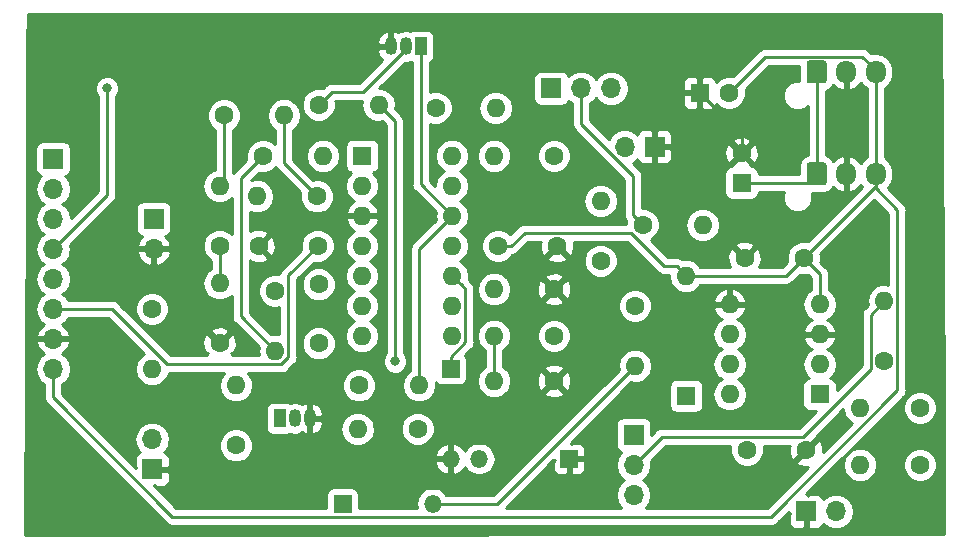
<source format=gbr>
G04 #@! TF.GenerationSoftware,KiCad,Pcbnew,(5.0.1)-rc2*
G04 #@! TF.CreationDate,2018-12-16T20:49:02-05:00*
G04 #@! TF.ProjectId,vco3,76636F332E6B696361645F7063620000,rev?*
G04 #@! TF.SameCoordinates,Original*
G04 #@! TF.FileFunction,Copper,L2,Bot,Signal*
G04 #@! TF.FilePolarity,Positive*
%FSLAX46Y46*%
G04 Gerber Fmt 4.6, Leading zero omitted, Abs format (unit mm)*
G04 Created by KiCad (PCBNEW (5.0.1)-rc2) date 12/16/2018 8:49:02 PM*
%MOMM*%
%LPD*%
G01*
G04 APERTURE LIST*
G04 #@! TA.AperFunction,ComponentPad*
%ADD10C,1.600000*%
G04 #@! TD*
G04 #@! TA.AperFunction,ComponentPad*
%ADD11R,1.600000X1.600000*%
G04 #@! TD*
G04 #@! TA.AperFunction,ComponentPad*
%ADD12O,1.700000X1.950000*%
G04 #@! TD*
G04 #@! TA.AperFunction,Conductor*
%ADD13C,0.100000*%
G04 #@! TD*
G04 #@! TA.AperFunction,ComponentPad*
%ADD14C,1.700000*%
G04 #@! TD*
G04 #@! TA.AperFunction,ComponentPad*
%ADD15O,1.700000X1.700000*%
G04 #@! TD*
G04 #@! TA.AperFunction,ComponentPad*
%ADD16R,1.700000X1.700000*%
G04 #@! TD*
G04 #@! TA.AperFunction,ComponentPad*
%ADD17R,1.500000X1.500000*%
G04 #@! TD*
G04 #@! TA.AperFunction,ComponentPad*
%ADD18O,1.500000X1.500000*%
G04 #@! TD*
G04 #@! TA.AperFunction,ComponentPad*
%ADD19O,1.600000X1.600000*%
G04 #@! TD*
G04 #@! TA.AperFunction,ComponentPad*
%ADD20R,1.050000X1.500000*%
G04 #@! TD*
G04 #@! TA.AperFunction,ComponentPad*
%ADD21O,1.050000X1.500000*%
G04 #@! TD*
G04 #@! TA.AperFunction,ViaPad*
%ADD22C,0.800000*%
G04 #@! TD*
G04 #@! TA.AperFunction,Conductor*
%ADD23C,0.250000*%
G04 #@! TD*
G04 #@! TA.AperFunction,Conductor*
%ADD24C,0.254000*%
G04 #@! TD*
G04 APERTURE END LIST*
D10*
G04 #@! TO.P,C6,2*
G04 #@! TO.N,GND*
X164846000Y-32806000D03*
D11*
G04 #@! TO.P,C6,1*
G04 #@! TO.N,+9V*
X164846000Y-35306000D03*
G04 #@! TD*
G04 #@! TO.P,C7,1*
G04 #@! TO.N,GND*
X161290000Y-27686000D03*
D10*
G04 #@! TO.P,C7,2*
G04 #@! TO.N,-9V*
X163790000Y-27686000D03*
G04 #@! TD*
G04 #@! TO.P,C1,1*
G04 #@! TO.N,GND*
X123952000Y-40640000D03*
G04 #@! TO.P,C1,2*
G04 #@! TO.N,+9V*
X128952000Y-40640000D03*
G04 #@! TD*
G04 #@! TO.P,C2,2*
G04 #@! TO.N,-9V*
X144225000Y-40640000D03*
G04 #@! TO.P,C2,1*
G04 #@! TO.N,GND*
X149225000Y-40640000D03*
G04 #@! TD*
G04 #@! TO.P,C3,1*
G04 #@! TO.N,GND*
X170307000Y-57912000D03*
G04 #@! TO.P,C3,2*
G04 #@! TO.N,+9V*
X165307000Y-57912000D03*
G04 #@! TD*
G04 #@! TO.P,C4,2*
G04 #@! TO.N,-9V*
X170100000Y-41656000D03*
G04 #@! TO.P,C4,1*
G04 #@! TO.N,GND*
X165100000Y-41656000D03*
G04 #@! TD*
G04 #@! TO.P,C5,1*
G04 #@! TO.N,Net-(C5-Pad1)*
X129032000Y-48895000D03*
G04 #@! TO.P,C5,2*
G04 #@! TO.N,Net-(C5-Pad2)*
X129032000Y-43895000D03*
G04 #@! TD*
D12*
G04 #@! TO.P,J4,3*
G04 #@! TO.N,-9V*
X176196000Y-25908000D03*
G04 #@! TO.P,J4,2*
G04 #@! TO.N,GND*
X173696000Y-25908000D03*
D13*
G04 #@! TD*
G04 #@! TO.N,+9V*
G04 #@! TO.C,J4*
G36*
X171820504Y-24934204D02*
X171844773Y-24937804D01*
X171868571Y-24943765D01*
X171891671Y-24952030D01*
X171913849Y-24962520D01*
X171934893Y-24975133D01*
X171954598Y-24989747D01*
X171972777Y-25006223D01*
X171989253Y-25024402D01*
X172003867Y-25044107D01*
X172016480Y-25065151D01*
X172026970Y-25087329D01*
X172035235Y-25110429D01*
X172041196Y-25134227D01*
X172044796Y-25158496D01*
X172046000Y-25183000D01*
X172046000Y-26633000D01*
X172044796Y-26657504D01*
X172041196Y-26681773D01*
X172035235Y-26705571D01*
X172026970Y-26728671D01*
X172016480Y-26750849D01*
X172003867Y-26771893D01*
X171989253Y-26791598D01*
X171972777Y-26809777D01*
X171954598Y-26826253D01*
X171934893Y-26840867D01*
X171913849Y-26853480D01*
X171891671Y-26863970D01*
X171868571Y-26872235D01*
X171844773Y-26878196D01*
X171820504Y-26881796D01*
X171796000Y-26883000D01*
X170596000Y-26883000D01*
X170571496Y-26881796D01*
X170547227Y-26878196D01*
X170523429Y-26872235D01*
X170500329Y-26863970D01*
X170478151Y-26853480D01*
X170457107Y-26840867D01*
X170437402Y-26826253D01*
X170419223Y-26809777D01*
X170402747Y-26791598D01*
X170388133Y-26771893D01*
X170375520Y-26750849D01*
X170365030Y-26728671D01*
X170356765Y-26705571D01*
X170350804Y-26681773D01*
X170347204Y-26657504D01*
X170346000Y-26633000D01*
X170346000Y-25183000D01*
X170347204Y-25158496D01*
X170350804Y-25134227D01*
X170356765Y-25110429D01*
X170365030Y-25087329D01*
X170375520Y-25065151D01*
X170388133Y-25044107D01*
X170402747Y-25024402D01*
X170419223Y-25006223D01*
X170437402Y-24989747D01*
X170457107Y-24975133D01*
X170478151Y-24962520D01*
X170500329Y-24952030D01*
X170523429Y-24943765D01*
X170547227Y-24937804D01*
X170571496Y-24934204D01*
X170596000Y-24933000D01*
X171796000Y-24933000D01*
X171820504Y-24934204D01*
X171820504Y-24934204D01*
G37*
D14*
G04 #@! TO.P,J4,1*
G04 #@! TO.N,+9V*
X171196000Y-25908000D03*
G04 #@! TD*
D13*
G04 #@! TO.N,+9V*
G04 #@! TO.C,J3*
G36*
X171820504Y-33570204D02*
X171844773Y-33573804D01*
X171868571Y-33579765D01*
X171891671Y-33588030D01*
X171913849Y-33598520D01*
X171934893Y-33611133D01*
X171954598Y-33625747D01*
X171972777Y-33642223D01*
X171989253Y-33660402D01*
X172003867Y-33680107D01*
X172016480Y-33701151D01*
X172026970Y-33723329D01*
X172035235Y-33746429D01*
X172041196Y-33770227D01*
X172044796Y-33794496D01*
X172046000Y-33819000D01*
X172046000Y-35269000D01*
X172044796Y-35293504D01*
X172041196Y-35317773D01*
X172035235Y-35341571D01*
X172026970Y-35364671D01*
X172016480Y-35386849D01*
X172003867Y-35407893D01*
X171989253Y-35427598D01*
X171972777Y-35445777D01*
X171954598Y-35462253D01*
X171934893Y-35476867D01*
X171913849Y-35489480D01*
X171891671Y-35499970D01*
X171868571Y-35508235D01*
X171844773Y-35514196D01*
X171820504Y-35517796D01*
X171796000Y-35519000D01*
X170596000Y-35519000D01*
X170571496Y-35517796D01*
X170547227Y-35514196D01*
X170523429Y-35508235D01*
X170500329Y-35499970D01*
X170478151Y-35489480D01*
X170457107Y-35476867D01*
X170437402Y-35462253D01*
X170419223Y-35445777D01*
X170402747Y-35427598D01*
X170388133Y-35407893D01*
X170375520Y-35386849D01*
X170365030Y-35364671D01*
X170356765Y-35341571D01*
X170350804Y-35317773D01*
X170347204Y-35293504D01*
X170346000Y-35269000D01*
X170346000Y-33819000D01*
X170347204Y-33794496D01*
X170350804Y-33770227D01*
X170356765Y-33746429D01*
X170365030Y-33723329D01*
X170375520Y-33701151D01*
X170388133Y-33680107D01*
X170402747Y-33660402D01*
X170419223Y-33642223D01*
X170437402Y-33625747D01*
X170457107Y-33611133D01*
X170478151Y-33598520D01*
X170500329Y-33588030D01*
X170523429Y-33579765D01*
X170547227Y-33573804D01*
X170571496Y-33570204D01*
X170596000Y-33569000D01*
X171796000Y-33569000D01*
X171820504Y-33570204D01*
X171820504Y-33570204D01*
G37*
D14*
G04 #@! TD*
G04 #@! TO.P,J3,1*
G04 #@! TO.N,+9V*
X171196000Y-34544000D03*
D12*
G04 #@! TO.P,J3,2*
G04 #@! TO.N,GND*
X173696000Y-34544000D03*
G04 #@! TO.P,J3,3*
G04 #@! TO.N,-9V*
X176196000Y-34544000D03*
G04 #@! TD*
D15*
G04 #@! TO.P,J1,2*
G04 #@! TO.N,GND*
X115062000Y-40894000D03*
D16*
G04 #@! TO.P,J1,1*
G04 #@! TO.N,CV_In*
X115062000Y-38354000D03*
G04 #@! TD*
G04 #@! TO.P,J5,1*
G04 #@! TO.N,GND*
X170307000Y-63119000D03*
D15*
G04 #@! TO.P,J5,2*
G04 #@! TO.N,MixOut*
X172847000Y-63119000D03*
G04 #@! TD*
G04 #@! TO.P,J6,2*
G04 #@! TO.N,SawOut*
X154940000Y-32258000D03*
D16*
G04 #@! TO.P,J6,1*
G04 #@! TO.N,GND*
X157480000Y-32258000D03*
G04 #@! TD*
G04 #@! TO.P,J7,1*
G04 #@! TO.N,GND*
X114935000Y-59563000D03*
D15*
G04 #@! TO.P,J7,2*
G04 #@! TO.N,TuneOut*
X114935000Y-57023000D03*
G04 #@! TD*
G04 #@! TO.P,RV1,3*
G04 #@! TO.N,Net-(RV1-Pad3)*
X153797000Y-27305000D03*
G04 #@! TO.P,RV1,2*
G04 #@! TO.N,Net-(R10-Pad1)*
X151257000Y-27305000D03*
D16*
G04 #@! TO.P,RV1,1*
G04 #@! TO.N,SawOut*
X148717000Y-27305000D03*
G04 #@! TD*
G04 #@! TO.P,RV2,1*
G04 #@! TO.N,Net-(RV2-Pad1)*
X155702000Y-56642000D03*
D15*
G04 #@! TO.P,RV2,2*
G04 #@! TO.N,Net-(R9-Pad2)*
X155702000Y-59182000D03*
G04 #@! TO.P,RV2,3*
G04 #@! TO.N,SubTriOut*
X155702000Y-61722000D03*
G04 #@! TD*
D16*
G04 #@! TO.P,J2,1*
G04 #@! TO.N,CV_In*
X106553000Y-33274000D03*
D15*
G04 #@! TO.P,J2,2*
G04 #@! TO.N,MixOut*
X106553000Y-35814000D03*
G04 #@! TO.P,J2,3*
G04 #@! TO.N,SubTriOut*
X106553000Y-38354000D03*
G04 #@! TO.P,J2,4*
G04 #@! TO.N,SawOut*
X106553000Y-40894000D03*
G04 #@! TO.P,J2,5*
G04 #@! TO.N,TuneOut*
X106553000Y-43434000D03*
G04 #@! TO.P,J2,6*
G04 #@! TO.N,+9V*
X106553000Y-45974000D03*
G04 #@! TO.P,J2,7*
G04 #@! TO.N,GND*
X106553000Y-48514000D03*
G04 #@! TO.P,J2,8*
G04 #@! TO.N,-9V*
X106553000Y-51054000D03*
G04 #@! TD*
D17*
G04 #@! TO.P,D3,1*
G04 #@! TO.N,Net-(D3-Pad1)*
X131064000Y-62484000D03*
D18*
G04 #@! TO.P,D3,2*
G04 #@! TO.N,Net-(D3-Pad2)*
X138684000Y-62484000D03*
G04 #@! TD*
G04 #@! TO.P,D2,2*
G04 #@! TO.N,GND*
X140208000Y-58674000D03*
D17*
G04 #@! TO.P,D2,1*
G04 #@! TO.N,Net-(D1-Pad2)*
X140208000Y-51054000D03*
G04 #@! TD*
G04 #@! TO.P,D1,1*
G04 #@! TO.N,GND*
X150241000Y-58674000D03*
D18*
G04 #@! TO.P,D1,2*
G04 #@! TO.N,Net-(D1-Pad2)*
X142621000Y-58674000D03*
G04 #@! TD*
D11*
G04 #@! TO.P,D4,1*
G04 #@! TO.N,+9V*
X160147000Y-53340000D03*
D19*
G04 #@! TO.P,D4,2*
G04 #@! TO.N,-9V*
X160147000Y-43180000D03*
G04 #@! TD*
D11*
G04 #@! TO.P,U1,1*
G04 #@! TO.N,Net-(R2-Pad1)*
X132715000Y-33020000D03*
D19*
G04 #@! TO.P,U1,8*
G04 #@! TO.N,Net-(R14-Pad2)*
X140335000Y-48260000D03*
G04 #@! TO.P,U1,2*
G04 #@! TO.N,Net-(R1-Pad1)*
X132715000Y-35560000D03*
G04 #@! TO.P,U1,9*
G04 #@! TO.N,Net-(C5-Pad1)*
X140335000Y-45720000D03*
G04 #@! TO.P,U1,3*
G04 #@! TO.N,GND*
X132715000Y-38100000D03*
G04 #@! TO.P,U1,10*
G04 #@! TO.N,Net-(D1-Pad2)*
X140335000Y-43180000D03*
G04 #@! TO.P,U1,4*
G04 #@! TO.N,+9V*
X132715000Y-40640000D03*
G04 #@! TO.P,U1,11*
G04 #@! TO.N,-9V*
X140335000Y-40640000D03*
G04 #@! TO.P,U1,5*
G04 #@! TO.N,Net-(R4-Pad1)*
X132715000Y-43180000D03*
G04 #@! TO.P,U1,12*
G04 #@! TO.N,Net-(Q2-Pad1)*
X140335000Y-38100000D03*
G04 #@! TO.P,U1,6*
G04 #@! TO.N,Net-(C5-Pad2)*
X132715000Y-45720000D03*
G04 #@! TO.P,U1,13*
G04 #@! TO.N,Net-(R17-Pad2)*
X140335000Y-35560000D03*
G04 #@! TO.P,U1,7*
G04 #@! TO.N,Net-(C5-Pad1)*
X132715000Y-48260000D03*
G04 #@! TO.P,U1,14*
G04 #@! TO.N,Net-(R19-Pad2)*
X140335000Y-33020000D03*
G04 #@! TD*
D11*
G04 #@! TO.P,U2,1*
G04 #@! TO.N,Net-(R12-Pad2)*
X171450000Y-53213000D03*
D19*
G04 #@! TO.P,U2,5*
G04 #@! TO.N,GND*
X163830000Y-45593000D03*
G04 #@! TO.P,U2,2*
G04 #@! TO.N,Net-(R10-Pad2)*
X171450000Y-50673000D03*
G04 #@! TO.P,U2,6*
G04 #@! TO.N,SawOut*
X163830000Y-48133000D03*
G04 #@! TO.P,U2,3*
G04 #@! TO.N,GND*
X171450000Y-48133000D03*
G04 #@! TO.P,U2,7*
G04 #@! TO.N,Net-(D3-Pad2)*
X163830000Y-50673000D03*
G04 #@! TO.P,U2,4*
G04 #@! TO.N,-9V*
X171450000Y-45593000D03*
G04 #@! TO.P,U2,8*
G04 #@! TO.N,+9V*
X163830000Y-53213000D03*
G04 #@! TD*
D20*
G04 #@! TO.P,Q2,1*
G04 #@! TO.N,Net-(Q2-Pad1)*
X137668000Y-23749000D03*
D21*
G04 #@! TO.P,Q2,3*
G04 #@! TO.N,GND*
X135128000Y-23749000D03*
G04 #@! TO.P,Q2,2*
G04 #@! TO.N,Net-(Q2-Pad2)*
X136398000Y-23749000D03*
G04 #@! TD*
G04 #@! TO.P,Q1,2*
G04 #@! TO.N,Net-(Q1-Pad2)*
X127000000Y-55245000D03*
G04 #@! TO.P,Q1,3*
G04 #@! TO.N,GND*
X128270000Y-55245000D03*
D20*
G04 #@! TO.P,Q1,1*
G04 #@! TO.N,Net-(Q1-Pad1)*
X125730000Y-55245000D03*
G04 #@! TD*
D19*
G04 #@! TO.P,R11,2*
G04 #@! TO.N,Net-(C5-Pad1)*
X122047000Y-52451000D03*
D10*
G04 #@! TO.P,R11,1*
G04 #@! TO.N,SubTriOut*
X122047000Y-57531000D03*
G04 #@! TD*
G04 #@! TO.P,R22,1*
G04 #@! TO.N,TuneOut*
X114935000Y-45974000D03*
D19*
G04 #@! TO.P,R22,2*
G04 #@! TO.N,Net-(D3-Pad1)*
X114935000Y-51054000D03*
G04 #@! TD*
G04 #@! TO.P,R21,2*
G04 #@! TO.N,Net-(R12-Pad2)*
X174879000Y-59182000D03*
D10*
G04 #@! TO.P,R21,1*
G04 #@! TO.N,MixOut*
X179959000Y-59182000D03*
G04 #@! TD*
G04 #@! TO.P,R20,1*
G04 #@! TO.N,SawOut*
X148971000Y-33020000D03*
D19*
G04 #@! TO.P,R20,2*
G04 #@! TO.N,Net-(R19-Pad2)*
X143891000Y-33020000D03*
G04 #@! TD*
G04 #@! TO.P,R19,2*
G04 #@! TO.N,Net-(R19-Pad2)*
X144018000Y-28956000D03*
D10*
G04 #@! TO.P,R19,1*
G04 #@! TO.N,Net-(R17-Pad2)*
X138938000Y-28956000D03*
G04 #@! TD*
G04 #@! TO.P,R18,1*
G04 #@! TO.N,Net-(C5-Pad1)*
X132461000Y-52451000D03*
D19*
G04 #@! TO.P,R18,2*
G04 #@! TO.N,Net-(Q2-Pad1)*
X137541000Y-52451000D03*
G04 #@! TD*
G04 #@! TO.P,R17,2*
G04 #@! TO.N,Net-(R17-Pad2)*
X152908000Y-36830000D03*
D10*
G04 #@! TO.P,R17,1*
G04 #@! TO.N,Net-(C5-Pad1)*
X152908000Y-41910000D03*
G04 #@! TD*
G04 #@! TO.P,R16,1*
G04 #@! TO.N,SubSqrOut*
X148971000Y-48260000D03*
D19*
G04 #@! TO.P,R16,2*
G04 #@! TO.N,Net-(R14-Pad2)*
X143891000Y-48260000D03*
G04 #@! TD*
G04 #@! TO.P,R15,2*
G04 #@! TO.N,Net-(R14-Pad2)*
X134112000Y-28702000D03*
D10*
G04 #@! TO.P,R15,1*
G04 #@! TO.N,Net-(Q2-Pad2)*
X129032000Y-28702000D03*
G04 #@! TD*
G04 #@! TO.P,R14,1*
G04 #@! TO.N,GND*
X148971000Y-52070000D03*
D19*
G04 #@! TO.P,R14,2*
G04 #@! TO.N,Net-(R14-Pad2)*
X143891000Y-52070000D03*
G04 #@! TD*
G04 #@! TO.P,R10,2*
G04 #@! TO.N,Net-(R10-Pad2)*
X161544000Y-38862000D03*
D10*
G04 #@! TO.P,R10,1*
G04 #@! TO.N,Net-(R10-Pad1)*
X156464000Y-38862000D03*
G04 #@! TD*
G04 #@! TO.P,R9,1*
G04 #@! TO.N,Net-(R10-Pad2)*
X176911000Y-50419000D03*
D19*
G04 #@! TO.P,R9,2*
G04 #@! TO.N,Net-(R9-Pad2)*
X176911000Y-45339000D03*
G04 #@! TD*
G04 #@! TO.P,R8,2*
G04 #@! TO.N,Net-(Q1-Pad2)*
X132334000Y-56134000D03*
D10*
G04 #@! TO.P,R8,1*
G04 #@! TO.N,Net-(R14-Pad2)*
X137414000Y-56134000D03*
G04 #@! TD*
G04 #@! TO.P,R7,1*
G04 #@! TO.N,Net-(C5-Pad2)*
X125349000Y-44450000D03*
D19*
G04 #@! TO.P,R7,2*
G04 #@! TO.N,Net-(Q1-Pad1)*
X125349000Y-49530000D03*
G04 #@! TD*
G04 #@! TO.P,R6,2*
G04 #@! TO.N,Net-(R4-Pad1)*
X120650000Y-43815000D03*
D10*
G04 #@! TO.P,R6,1*
G04 #@! TO.N,GND*
X120650000Y-48895000D03*
G04 #@! TD*
G04 #@! TO.P,R1,1*
G04 #@! TO.N,Net-(R1-Pad1)*
X128905000Y-36449000D03*
D19*
G04 #@! TO.P,R1,2*
G04 #@! TO.N,CV_In*
X123825000Y-36449000D03*
G04 #@! TD*
G04 #@! TO.P,R2,2*
G04 #@! TO.N,Net-(R1-Pad1)*
X126111000Y-29591000D03*
D10*
G04 #@! TO.P,R2,1*
G04 #@! TO.N,Net-(R2-Pad1)*
X121031000Y-29591000D03*
G04 #@! TD*
G04 #@! TO.P,R3,1*
G04 #@! TO.N,Net-(Q1-Pad1)*
X124333000Y-33020000D03*
D19*
G04 #@! TO.P,R3,2*
G04 #@! TO.N,Net-(R2-Pad1)*
X129413000Y-33020000D03*
G04 #@! TD*
G04 #@! TO.P,R4,2*
G04 #@! TO.N,Net-(R2-Pad1)*
X120650000Y-35560000D03*
D10*
G04 #@! TO.P,R4,1*
G04 #@! TO.N,Net-(R4-Pad1)*
X120650000Y-40640000D03*
G04 #@! TD*
G04 #@! TO.P,R5,1*
G04 #@! TO.N,GND*
X148971000Y-44323000D03*
D19*
G04 #@! TO.P,R5,2*
G04 #@! TO.N,Net-(R4-Pad1)*
X143891000Y-44323000D03*
G04 #@! TD*
G04 #@! TO.P,R12,2*
G04 #@! TO.N,Net-(R12-Pad2)*
X174879000Y-54356000D03*
D10*
G04 #@! TO.P,R12,1*
G04 #@! TO.N,Net-(R10-Pad2)*
X179959000Y-54356000D03*
G04 #@! TD*
G04 #@! TO.P,R13,1*
G04 #@! TO.N,SawOut*
X155829000Y-45720000D03*
D19*
G04 #@! TO.P,R13,2*
G04 #@! TO.N,Net-(D3-Pad2)*
X155829000Y-50800000D03*
G04 #@! TD*
D22*
G04 #@! TO.N,SawOut*
X111125000Y-27305000D03*
G04 #@! TO.N,Net-(R14-Pad2)*
X135509000Y-50419000D03*
G04 #@! TD*
D23*
G04 #@! TO.N,GND*
X173696000Y-33319000D02*
X173696000Y-25908000D01*
X173696000Y-34544000D02*
X173696000Y-33319000D01*
X164846000Y-31242000D02*
X161290000Y-27686000D01*
X164846000Y-32806000D02*
X164846000Y-31242000D01*
G04 #@! TO.N,+9V*
X171196000Y-26983000D02*
X171196000Y-34544000D01*
X171196000Y-25908000D02*
X171196000Y-26983000D01*
X170434000Y-35306000D02*
X171196000Y-34544000D01*
X164846000Y-35306000D02*
X170434000Y-35306000D01*
X107755081Y-45974000D02*
X106553000Y-45974000D01*
X111520002Y-45974000D02*
X107755081Y-45974000D01*
X116201003Y-50655001D02*
X111520002Y-45974000D01*
X125889001Y-50655001D02*
X116201003Y-50655001D01*
X126474001Y-50070001D02*
X125889001Y-50655001D01*
X126474001Y-43117999D02*
X126474001Y-50070001D01*
X128952000Y-40640000D02*
X126474001Y-43117999D01*
G04 #@! TO.N,-9V*
X176196000Y-27133000D02*
X176196000Y-34544000D01*
X176196000Y-25908000D02*
X176196000Y-27133000D01*
X176196000Y-25783000D02*
X176196000Y-25908000D01*
X175020990Y-24607990D02*
X176196000Y-25783000D01*
X166868010Y-24607990D02*
X175020990Y-24607990D01*
X163790000Y-27686000D02*
X166868010Y-24607990D01*
X176196000Y-35560000D02*
X176196000Y-34544000D01*
X170100000Y-41656000D02*
X176196000Y-35560000D01*
X168576000Y-43180000D02*
X160147000Y-43180000D01*
X170100000Y-41656000D02*
X168576000Y-43180000D01*
X159347001Y-42380001D02*
X160147000Y-43180000D01*
X158316999Y-42380001D02*
X159347001Y-42380001D01*
X155451997Y-39514999D02*
X158316999Y-42380001D01*
X146481371Y-39514999D02*
X155451997Y-39514999D01*
X145356370Y-40640000D02*
X146481371Y-39514999D01*
X144225000Y-40640000D02*
X145356370Y-40640000D01*
X106553000Y-52256081D02*
X106553000Y-51054000D01*
X106553000Y-53466002D02*
X106553000Y-52256081D01*
X167341001Y-63559001D02*
X116645999Y-63559001D01*
X178036001Y-52864001D02*
X167341001Y-63559001D01*
X116645999Y-63559001D02*
X106553000Y-53466002D01*
X178036001Y-37609001D02*
X178036001Y-52864001D01*
X176196000Y-35769000D02*
X178036001Y-37609001D01*
X176196000Y-34544000D02*
X176196000Y-35769000D01*
X171450000Y-43006000D02*
X170100000Y-41656000D01*
X171450000Y-45593000D02*
X171450000Y-43006000D01*
G04 #@! TO.N,Net-(D1-Pad2)*
X141134999Y-43979999D02*
X140335000Y-43180000D01*
X141460001Y-44305001D02*
X141134999Y-43979999D01*
X141460001Y-48801999D02*
X141460001Y-44305001D01*
X140208000Y-50054000D02*
X141460001Y-48801999D01*
X140208000Y-51054000D02*
X140208000Y-50054000D01*
G04 #@! TO.N,Net-(D3-Pad2)*
X144145000Y-62484000D02*
X155829000Y-50800000D01*
X138684000Y-62484000D02*
X144145000Y-62484000D01*
G04 #@! TO.N,SawOut*
X111125000Y-36322000D02*
X106553000Y-40894000D01*
X111125000Y-27305000D02*
X111125000Y-36322000D01*
G04 #@! TO.N,Net-(Q1-Pad1)*
X123533001Y-33819999D02*
X124333000Y-33020000D01*
X122428000Y-34925000D02*
X123533001Y-33819999D01*
X122428000Y-46609000D02*
X122428000Y-34925000D01*
X125349000Y-49530000D02*
X122428000Y-46609000D01*
G04 #@! TO.N,Net-(Q2-Pad2)*
X136398000Y-23974000D02*
X136398000Y-23749000D01*
X132795001Y-27576999D02*
X136398000Y-23974000D01*
X130157001Y-27576999D02*
X132795001Y-27576999D01*
X129032000Y-28702000D02*
X130157001Y-27576999D01*
G04 #@! TO.N,Net-(Q2-Pad1)*
X137541000Y-40894000D02*
X140335000Y-38100000D01*
X137541000Y-52451000D02*
X137541000Y-40894000D01*
X137668000Y-35433000D02*
X140335000Y-38100000D01*
X137668000Y-23749000D02*
X137668000Y-35433000D01*
G04 #@! TO.N,Net-(R1-Pad1)*
X126111000Y-33655000D02*
X128905000Y-36449000D01*
X126111000Y-29591000D02*
X126111000Y-33655000D01*
G04 #@! TO.N,Net-(R2-Pad1)*
X121031000Y-35179000D02*
X120650000Y-35560000D01*
X121031000Y-29591000D02*
X121031000Y-35179000D01*
G04 #@! TO.N,Net-(R4-Pad1)*
X120650000Y-43815000D02*
X120650000Y-40640000D01*
G04 #@! TO.N,Net-(R14-Pad2)*
X135491001Y-30081001D02*
X135491001Y-43416001D01*
X134112000Y-28702000D02*
X135491001Y-30081001D01*
X143891000Y-50938630D02*
X143891000Y-48260000D01*
X143891000Y-52070000D02*
X143891000Y-50938630D01*
X135509000Y-43434000D02*
X135509000Y-50419000D01*
X135491001Y-43416001D02*
X135509000Y-43434000D01*
G04 #@! TO.N,Net-(R9-Pad2)*
X156551999Y-58332001D02*
X155702000Y-59182000D01*
X158097001Y-56786999D02*
X156551999Y-58332001D01*
X170061003Y-56786999D02*
X158097001Y-56786999D01*
X175785999Y-51062003D02*
X170061003Y-56786999D01*
X175785999Y-46464001D02*
X175785999Y-51062003D01*
X176911000Y-45339000D02*
X175785999Y-46464001D01*
G04 #@! TO.N,Net-(R10-Pad1)*
X151257000Y-28507081D02*
X151257000Y-27305000D01*
X151257000Y-30314002D02*
X151257000Y-28507081D01*
X155664001Y-34721003D02*
X151257000Y-30314002D01*
X155664001Y-38062001D02*
X155664001Y-34721003D01*
X156464000Y-38862000D02*
X155664001Y-38062001D01*
G04 #@! TD*
D24*
G04 #@! TO.N,GND*
G36*
X182018001Y-53518247D02*
X182018001Y-65024369D01*
X104140729Y-65150792D01*
X104221281Y-51054000D01*
X105038908Y-51054000D01*
X105154161Y-51633418D01*
X105482375Y-52124625D01*
X105793001Y-52332179D01*
X105793000Y-53391155D01*
X105778112Y-53466002D01*
X105793000Y-53540849D01*
X105793000Y-53540853D01*
X105837096Y-53762538D01*
X106005071Y-54013931D01*
X106068530Y-54056333D01*
X116055670Y-64043474D01*
X116098070Y-64106930D01*
X116349462Y-64274905D01*
X116571147Y-64319001D01*
X116571151Y-64319001D01*
X116645998Y-64333889D01*
X116720845Y-64319001D01*
X167266154Y-64319001D01*
X167341001Y-64333889D01*
X167415848Y-64319001D01*
X167415853Y-64319001D01*
X167637538Y-64274905D01*
X167888930Y-64106930D01*
X167931332Y-64043471D01*
X168822000Y-63152803D01*
X168822000Y-63246002D01*
X168980748Y-63246002D01*
X168822000Y-63404750D01*
X168822000Y-64095309D01*
X168918673Y-64328698D01*
X169097301Y-64507327D01*
X169330690Y-64604000D01*
X170021250Y-64604000D01*
X170180000Y-64445250D01*
X170180000Y-63246000D01*
X170160000Y-63246000D01*
X170160000Y-62992000D01*
X170180000Y-62992000D01*
X170180000Y-62972000D01*
X170434000Y-62972000D01*
X170434000Y-62992000D01*
X170454000Y-62992000D01*
X170454000Y-63246000D01*
X170434000Y-63246000D01*
X170434000Y-64445250D01*
X170592750Y-64604000D01*
X171283310Y-64604000D01*
X171516699Y-64507327D01*
X171695327Y-64328698D01*
X171761904Y-64167967D01*
X171776375Y-64189625D01*
X172267582Y-64517839D01*
X172700744Y-64604000D01*
X172993256Y-64604000D01*
X173426418Y-64517839D01*
X173917625Y-64189625D01*
X174245839Y-63698418D01*
X174361092Y-63119000D01*
X174245839Y-62539582D01*
X173917625Y-62048375D01*
X173426418Y-61720161D01*
X172993256Y-61634000D01*
X172700744Y-61634000D01*
X172267582Y-61720161D01*
X171776375Y-62048375D01*
X171761904Y-62070033D01*
X171695327Y-61909302D01*
X171516699Y-61730673D01*
X171283310Y-61634000D01*
X170592750Y-61634000D01*
X170434002Y-61792748D01*
X170434002Y-61634000D01*
X170340803Y-61634000D01*
X172792803Y-59182000D01*
X173415887Y-59182000D01*
X173527260Y-59741909D01*
X173844423Y-60216577D01*
X174319091Y-60533740D01*
X174737667Y-60617000D01*
X175020333Y-60617000D01*
X175438909Y-60533740D01*
X175913577Y-60216577D01*
X176230740Y-59741909D01*
X176342113Y-59182000D01*
X176285336Y-58896561D01*
X178524000Y-58896561D01*
X178524000Y-59467439D01*
X178742466Y-59994862D01*
X179146138Y-60398534D01*
X179673561Y-60617000D01*
X180244439Y-60617000D01*
X180771862Y-60398534D01*
X181175534Y-59994862D01*
X181394000Y-59467439D01*
X181394000Y-58896561D01*
X181175534Y-58369138D01*
X180771862Y-57965466D01*
X180244439Y-57747000D01*
X179673561Y-57747000D01*
X179146138Y-57965466D01*
X178742466Y-58369138D01*
X178524000Y-58896561D01*
X176285336Y-58896561D01*
X176230740Y-58622091D01*
X175913577Y-58147423D01*
X175438909Y-57830260D01*
X175020333Y-57747000D01*
X174737667Y-57747000D01*
X174319091Y-57830260D01*
X173844423Y-58147423D01*
X173527260Y-58622091D01*
X173415887Y-59182000D01*
X172792803Y-59182000D01*
X177904242Y-54070561D01*
X178524000Y-54070561D01*
X178524000Y-54641439D01*
X178742466Y-55168862D01*
X179146138Y-55572534D01*
X179673561Y-55791000D01*
X180244439Y-55791000D01*
X180771862Y-55572534D01*
X181175534Y-55168862D01*
X181394000Y-54641439D01*
X181394000Y-54070561D01*
X181175534Y-53543138D01*
X180771862Y-53139466D01*
X180244439Y-52921000D01*
X179673561Y-52921000D01*
X179146138Y-53139466D01*
X178742466Y-53543138D01*
X178524000Y-54070561D01*
X177904242Y-54070561D01*
X178520474Y-53454330D01*
X178583930Y-53411930D01*
X178751905Y-53160538D01*
X178796001Y-52938853D01*
X178796001Y-52938849D01*
X178810889Y-52864002D01*
X178796001Y-52789155D01*
X178796001Y-37683847D01*
X178810889Y-37609000D01*
X178796001Y-37534153D01*
X178796001Y-37534149D01*
X178751905Y-37312464D01*
X178685338Y-37212839D01*
X178626330Y-37124527D01*
X178626328Y-37124525D01*
X178583930Y-37061072D01*
X178520477Y-37018674D01*
X177251520Y-35749718D01*
X177266625Y-35739625D01*
X177594839Y-35248417D01*
X177681000Y-34815255D01*
X177681000Y-34272744D01*
X177594839Y-33839582D01*
X177266625Y-33348375D01*
X176956000Y-33140822D01*
X176956000Y-27311178D01*
X177266625Y-27103625D01*
X177594839Y-26612417D01*
X177681000Y-26179255D01*
X177681000Y-25636744D01*
X177594839Y-25203582D01*
X177266625Y-24712375D01*
X176775417Y-24384161D01*
X176196000Y-24268908D01*
X175829592Y-24341791D01*
X175611321Y-24123520D01*
X175568919Y-24060061D01*
X175317527Y-23892086D01*
X175095842Y-23847990D01*
X175095837Y-23847990D01*
X175020990Y-23833102D01*
X174946143Y-23847990D01*
X166942856Y-23847990D01*
X166868009Y-23833102D01*
X166793162Y-23847990D01*
X166793158Y-23847990D01*
X166571473Y-23892086D01*
X166571471Y-23892087D01*
X166571472Y-23892087D01*
X166383536Y-24017661D01*
X166383534Y-24017663D01*
X166320081Y-24060061D01*
X166277683Y-24123514D01*
X164128302Y-26272897D01*
X164075439Y-26251000D01*
X163504561Y-26251000D01*
X162977138Y-26469466D01*
X162713845Y-26732759D01*
X162628327Y-26526301D01*
X162449698Y-26347673D01*
X162216309Y-26251000D01*
X161575750Y-26251000D01*
X161417000Y-26409750D01*
X161417000Y-27559000D01*
X161437000Y-27559000D01*
X161437000Y-27813000D01*
X161417000Y-27813000D01*
X161417000Y-28962250D01*
X161575750Y-29121000D01*
X162216309Y-29121000D01*
X162449698Y-29024327D01*
X162628327Y-28845699D01*
X162713845Y-28639241D01*
X162977138Y-28902534D01*
X163504561Y-29121000D01*
X164075439Y-29121000D01*
X164602862Y-28902534D01*
X165006534Y-28498862D01*
X165225000Y-27971439D01*
X165225000Y-27400561D01*
X165203103Y-27347698D01*
X167182813Y-25367990D01*
X169698560Y-25367990D01*
X169698560Y-26633000D01*
X169706517Y-26673000D01*
X169350343Y-26673000D01*
X168896429Y-26861018D01*
X168549018Y-27208429D01*
X168361000Y-27662343D01*
X168361000Y-28153657D01*
X168549018Y-28607571D01*
X168896429Y-28954982D01*
X169350343Y-29143000D01*
X169841657Y-29143000D01*
X170295571Y-28954982D01*
X170436000Y-28814553D01*
X170436001Y-32953386D01*
X170252565Y-32989874D01*
X169961414Y-33184414D01*
X169766874Y-33475565D01*
X169698560Y-33819000D01*
X169698560Y-34546000D01*
X166293440Y-34546000D01*
X166293440Y-34506000D01*
X166244157Y-34258235D01*
X166103809Y-34048191D01*
X165893765Y-33907843D01*
X165659813Y-33861307D01*
X165674139Y-33813745D01*
X164846000Y-32985605D01*
X164017861Y-33813745D01*
X164032187Y-33861307D01*
X163798235Y-33907843D01*
X163588191Y-34048191D01*
X163447843Y-34258235D01*
X163398560Y-34506000D01*
X163398560Y-36106000D01*
X163447843Y-36353765D01*
X163588191Y-36563809D01*
X163798235Y-36704157D01*
X164046000Y-36753440D01*
X165646000Y-36753440D01*
X165893765Y-36704157D01*
X166103809Y-36563809D01*
X166244157Y-36353765D01*
X166293440Y-36106000D01*
X166293440Y-36066000D01*
X168457240Y-36066000D01*
X168361000Y-36298343D01*
X168361000Y-36789657D01*
X168549018Y-37243571D01*
X168896429Y-37590982D01*
X169350343Y-37779000D01*
X169841657Y-37779000D01*
X170295571Y-37590982D01*
X170642982Y-37243571D01*
X170831000Y-36789657D01*
X170831000Y-36298343D01*
X170776364Y-36166440D01*
X171796000Y-36166440D01*
X172139435Y-36098126D01*
X172430586Y-35903586D01*
X172608185Y-35637789D01*
X172824807Y-35871497D01*
X173339110Y-36110476D01*
X173569000Y-35989155D01*
X173569000Y-34671000D01*
X173549000Y-34671000D01*
X173549000Y-34417000D01*
X173569000Y-34417000D01*
X173569000Y-33098845D01*
X173339110Y-32977524D01*
X172824807Y-33216503D01*
X172608185Y-33450211D01*
X172430586Y-33184414D01*
X172139435Y-32989874D01*
X171956000Y-32953386D01*
X171956000Y-27498614D01*
X172139435Y-27462126D01*
X172430586Y-27267586D01*
X172608185Y-27001789D01*
X172824807Y-27235497D01*
X173339110Y-27474476D01*
X173569000Y-27353155D01*
X173569000Y-26035000D01*
X173549000Y-26035000D01*
X173549000Y-25781000D01*
X173569000Y-25781000D01*
X173569000Y-25761000D01*
X173823000Y-25761000D01*
X173823000Y-25781000D01*
X173843000Y-25781000D01*
X173843000Y-26035000D01*
X173823000Y-26035000D01*
X173823000Y-27353155D01*
X174052890Y-27474476D01*
X174567193Y-27235497D01*
X174942754Y-26830313D01*
X175125375Y-27103625D01*
X175436000Y-27311178D01*
X175436001Y-33140821D01*
X175125375Y-33348375D01*
X174942754Y-33621687D01*
X174567193Y-33216503D01*
X174052890Y-32977524D01*
X173823000Y-33098845D01*
X173823000Y-34417000D01*
X173843000Y-34417000D01*
X173843000Y-34671000D01*
X173823000Y-34671000D01*
X173823000Y-35989155D01*
X174052890Y-36110476D01*
X174567193Y-35871497D01*
X174942754Y-35466313D01*
X175051754Y-35629444D01*
X170438302Y-40242897D01*
X170385439Y-40221000D01*
X169814561Y-40221000D01*
X169287138Y-40439466D01*
X168883466Y-40843138D01*
X168665000Y-41370561D01*
X168665000Y-41941439D01*
X168686896Y-41994302D01*
X168261199Y-42420000D01*
X166320681Y-42420000D01*
X166353864Y-42410005D01*
X166546965Y-41872777D01*
X166519778Y-41302546D01*
X166353864Y-40901995D01*
X166107745Y-40827861D01*
X165279605Y-41656000D01*
X165293748Y-41670142D01*
X165114142Y-41849748D01*
X165100000Y-41835605D01*
X165085858Y-41849748D01*
X164906252Y-41670142D01*
X164920395Y-41656000D01*
X164092255Y-40827861D01*
X163846136Y-40901995D01*
X163653035Y-41439223D01*
X163680222Y-42009454D01*
X163846136Y-42410005D01*
X163879319Y-42420000D01*
X161365043Y-42420000D01*
X161181577Y-42145423D01*
X160706909Y-41828260D01*
X160288333Y-41745000D01*
X160005667Y-41745000D01*
X159819915Y-41781948D01*
X159643538Y-41664097D01*
X159421853Y-41620001D01*
X159421848Y-41620001D01*
X159347001Y-41605113D01*
X159272154Y-41620001D01*
X158631801Y-41620001D01*
X157660055Y-40648255D01*
X164271861Y-40648255D01*
X165100000Y-41476395D01*
X165928139Y-40648255D01*
X165854005Y-40402136D01*
X165316777Y-40209035D01*
X164746546Y-40236222D01*
X164345995Y-40402136D01*
X164271861Y-40648255D01*
X157660055Y-40648255D01*
X157144966Y-40133167D01*
X157276862Y-40078534D01*
X157680534Y-39674862D01*
X157899000Y-39147439D01*
X157899000Y-38862000D01*
X160080887Y-38862000D01*
X160192260Y-39421909D01*
X160509423Y-39896577D01*
X160984091Y-40213740D01*
X161402667Y-40297000D01*
X161685333Y-40297000D01*
X162103909Y-40213740D01*
X162578577Y-39896577D01*
X162895740Y-39421909D01*
X163007113Y-38862000D01*
X162895740Y-38302091D01*
X162578577Y-37827423D01*
X162103909Y-37510260D01*
X161685333Y-37427000D01*
X161402667Y-37427000D01*
X160984091Y-37510260D01*
X160509423Y-37827423D01*
X160192260Y-38302091D01*
X160080887Y-38862000D01*
X157899000Y-38862000D01*
X157899000Y-38576561D01*
X157680534Y-38049138D01*
X157276862Y-37645466D01*
X156749439Y-37427000D01*
X156424001Y-37427000D01*
X156424001Y-34795851D01*
X156438889Y-34721003D01*
X156424001Y-34646155D01*
X156424001Y-34646151D01*
X156379905Y-34424466D01*
X156211930Y-34173074D01*
X156148474Y-34130674D01*
X155612466Y-33594666D01*
X156010625Y-33328625D01*
X156025096Y-33306967D01*
X156091673Y-33467698D01*
X156270301Y-33646327D01*
X156503690Y-33743000D01*
X157194250Y-33743000D01*
X157353000Y-33584250D01*
X157353000Y-32385000D01*
X157607000Y-32385000D01*
X157607000Y-33584250D01*
X157765750Y-33743000D01*
X158456310Y-33743000D01*
X158689699Y-33646327D01*
X158868327Y-33467698D01*
X158965000Y-33234309D01*
X158965000Y-32589223D01*
X163399035Y-32589223D01*
X163426222Y-33159454D01*
X163592136Y-33560005D01*
X163838255Y-33634139D01*
X164666395Y-32806000D01*
X165025605Y-32806000D01*
X165853745Y-33634139D01*
X166099864Y-33560005D01*
X166292965Y-33022777D01*
X166265778Y-32452546D01*
X166099864Y-32051995D01*
X165853745Y-31977861D01*
X165025605Y-32806000D01*
X164666395Y-32806000D01*
X163838255Y-31977861D01*
X163592136Y-32051995D01*
X163399035Y-32589223D01*
X158965000Y-32589223D01*
X158965000Y-32543750D01*
X158806250Y-32385000D01*
X157607000Y-32385000D01*
X157353000Y-32385000D01*
X157333000Y-32385000D01*
X157333000Y-32131000D01*
X157353000Y-32131000D01*
X157353000Y-30931750D01*
X157607000Y-30931750D01*
X157607000Y-32131000D01*
X158806250Y-32131000D01*
X158965000Y-31972250D01*
X158965000Y-31798255D01*
X164017861Y-31798255D01*
X164846000Y-32626395D01*
X165674139Y-31798255D01*
X165600005Y-31552136D01*
X165062777Y-31359035D01*
X164492546Y-31386222D01*
X164091995Y-31552136D01*
X164017861Y-31798255D01*
X158965000Y-31798255D01*
X158965000Y-31281691D01*
X158868327Y-31048302D01*
X158689699Y-30869673D01*
X158456310Y-30773000D01*
X157765750Y-30773000D01*
X157607000Y-30931750D01*
X157353000Y-30931750D01*
X157194250Y-30773000D01*
X156503690Y-30773000D01*
X156270301Y-30869673D01*
X156091673Y-31048302D01*
X156025096Y-31209033D01*
X156010625Y-31187375D01*
X155519418Y-30859161D01*
X155086256Y-30773000D01*
X154793744Y-30773000D01*
X154360582Y-30859161D01*
X153869375Y-31187375D01*
X153603334Y-31585534D01*
X152017000Y-29999201D01*
X152017000Y-28583178D01*
X152327625Y-28375625D01*
X152527000Y-28077239D01*
X152726375Y-28375625D01*
X153217582Y-28703839D01*
X153650744Y-28790000D01*
X153943256Y-28790000D01*
X154376418Y-28703839D01*
X154867625Y-28375625D01*
X155137485Y-27971750D01*
X159855000Y-27971750D01*
X159855000Y-28612310D01*
X159951673Y-28845699D01*
X160130302Y-29024327D01*
X160363691Y-29121000D01*
X161004250Y-29121000D01*
X161163000Y-28962250D01*
X161163000Y-27813000D01*
X160013750Y-27813000D01*
X159855000Y-27971750D01*
X155137485Y-27971750D01*
X155195839Y-27884418D01*
X155311092Y-27305000D01*
X155202624Y-26759690D01*
X159855000Y-26759690D01*
X159855000Y-27400250D01*
X160013750Y-27559000D01*
X161163000Y-27559000D01*
X161163000Y-26409750D01*
X161004250Y-26251000D01*
X160363691Y-26251000D01*
X160130302Y-26347673D01*
X159951673Y-26526301D01*
X159855000Y-26759690D01*
X155202624Y-26759690D01*
X155195839Y-26725582D01*
X154867625Y-26234375D01*
X154376418Y-25906161D01*
X153943256Y-25820000D01*
X153650744Y-25820000D01*
X153217582Y-25906161D01*
X152726375Y-26234375D01*
X152527000Y-26532761D01*
X152327625Y-26234375D01*
X151836418Y-25906161D01*
X151403256Y-25820000D01*
X151110744Y-25820000D01*
X150677582Y-25906161D01*
X150186375Y-26234375D01*
X150174184Y-26252619D01*
X150165157Y-26207235D01*
X150024809Y-25997191D01*
X149814765Y-25856843D01*
X149567000Y-25807560D01*
X147867000Y-25807560D01*
X147619235Y-25856843D01*
X147409191Y-25997191D01*
X147268843Y-26207235D01*
X147219560Y-26455000D01*
X147219560Y-28155000D01*
X147268843Y-28402765D01*
X147409191Y-28612809D01*
X147619235Y-28753157D01*
X147867000Y-28802440D01*
X149567000Y-28802440D01*
X149814765Y-28753157D01*
X150024809Y-28612809D01*
X150165157Y-28402765D01*
X150174184Y-28357381D01*
X150186375Y-28375625D01*
X150497001Y-28583179D01*
X150497000Y-30239155D01*
X150482112Y-30314002D01*
X150497000Y-30388849D01*
X150497000Y-30388853D01*
X150541096Y-30610538D01*
X150709071Y-30861931D01*
X150772530Y-30904333D01*
X154904002Y-35035806D01*
X154904001Y-37987154D01*
X154889113Y-38062001D01*
X154904001Y-38136848D01*
X154904001Y-38136852D01*
X154948097Y-38358537D01*
X155053789Y-38516716D01*
X155029000Y-38576561D01*
X155029000Y-38754999D01*
X146556219Y-38754999D01*
X146481371Y-38740111D01*
X146406523Y-38754999D01*
X146406519Y-38754999D01*
X146232976Y-38789519D01*
X146184833Y-38799095D01*
X146090690Y-38862000D01*
X145933442Y-38967070D01*
X145891042Y-39030526D01*
X145267982Y-39653586D01*
X145037862Y-39423466D01*
X144510439Y-39205000D01*
X143939561Y-39205000D01*
X143412138Y-39423466D01*
X143008466Y-39827138D01*
X142790000Y-40354561D01*
X142790000Y-40925439D01*
X143008466Y-41452862D01*
X143412138Y-41856534D01*
X143939561Y-42075000D01*
X144510439Y-42075000D01*
X145037862Y-41856534D01*
X145246651Y-41647745D01*
X148396861Y-41647745D01*
X148470995Y-41893864D01*
X149008223Y-42086965D01*
X149578454Y-42059778D01*
X149979005Y-41893864D01*
X150053139Y-41647745D01*
X150029956Y-41624561D01*
X151473000Y-41624561D01*
X151473000Y-42195439D01*
X151691466Y-42722862D01*
X152095138Y-43126534D01*
X152622561Y-43345000D01*
X153193439Y-43345000D01*
X153720862Y-43126534D01*
X154124534Y-42722862D01*
X154343000Y-42195439D01*
X154343000Y-41624561D01*
X154124534Y-41097138D01*
X153720862Y-40693466D01*
X153193439Y-40475000D01*
X152622561Y-40475000D01*
X152095138Y-40693466D01*
X151691466Y-41097138D01*
X151473000Y-41624561D01*
X150029956Y-41624561D01*
X149225000Y-40819605D01*
X148396861Y-41647745D01*
X145246651Y-41647745D01*
X145441534Y-41452862D01*
X145466322Y-41393018D01*
X145652907Y-41355904D01*
X145904299Y-41187929D01*
X145946701Y-41124470D01*
X146796173Y-40274999D01*
X147831313Y-40274999D01*
X147778035Y-40423223D01*
X147805222Y-40993454D01*
X147971136Y-41394005D01*
X148217255Y-41468139D01*
X149045395Y-40640000D01*
X149031253Y-40625858D01*
X149210858Y-40446253D01*
X149225000Y-40460395D01*
X149239143Y-40446253D01*
X149418748Y-40625858D01*
X149404605Y-40640000D01*
X150232745Y-41468139D01*
X150478864Y-41394005D01*
X150671965Y-40856777D01*
X150644778Y-40286546D01*
X150639995Y-40274999D01*
X155137196Y-40274999D01*
X157726669Y-42864473D01*
X157769070Y-42927930D01*
X157832526Y-42970330D01*
X158020461Y-43095905D01*
X158055955Y-43102965D01*
X158242147Y-43140001D01*
X158242151Y-43140001D01*
X158316999Y-43154889D01*
X158391847Y-43140001D01*
X158691843Y-43140001D01*
X158683887Y-43180000D01*
X158795260Y-43739909D01*
X159112423Y-44214577D01*
X159587091Y-44531740D01*
X160005667Y-44615000D01*
X160288333Y-44615000D01*
X160706909Y-44531740D01*
X161181577Y-44214577D01*
X161365043Y-43940000D01*
X168501153Y-43940000D01*
X168576000Y-43954888D01*
X168650847Y-43940000D01*
X168650852Y-43940000D01*
X168872537Y-43895904D01*
X169123929Y-43727929D01*
X169166331Y-43664470D01*
X169761698Y-43069104D01*
X169814561Y-43091000D01*
X170385439Y-43091000D01*
X170438301Y-43069104D01*
X170690001Y-43320803D01*
X170690000Y-44374956D01*
X170415423Y-44558423D01*
X170098260Y-45033091D01*
X169986887Y-45593000D01*
X170098260Y-46152909D01*
X170415423Y-46627577D01*
X170799108Y-46883947D01*
X170594866Y-46980611D01*
X170218959Y-47395577D01*
X170058096Y-47783961D01*
X170180085Y-48006000D01*
X171323000Y-48006000D01*
X171323000Y-47986000D01*
X171577000Y-47986000D01*
X171577000Y-48006000D01*
X172719915Y-48006000D01*
X172841904Y-47783961D01*
X172681041Y-47395577D01*
X172305134Y-46980611D01*
X172100892Y-46883947D01*
X172484577Y-46627577D01*
X172801740Y-46152909D01*
X172913113Y-45593000D01*
X172801740Y-45033091D01*
X172484577Y-44558423D01*
X172210000Y-44374957D01*
X172210000Y-43080846D01*
X172224888Y-43005999D01*
X172210000Y-42931152D01*
X172210000Y-42931148D01*
X172165904Y-42709463D01*
X172114192Y-42632071D01*
X172040329Y-42521526D01*
X172040327Y-42521524D01*
X171997929Y-42458071D01*
X171934476Y-42415673D01*
X171513104Y-41994301D01*
X171535000Y-41941439D01*
X171535000Y-41370561D01*
X171513103Y-41317698D01*
X176091500Y-36739302D01*
X177276001Y-37923804D01*
X177276001Y-43948490D01*
X177052333Y-43904000D01*
X176769667Y-43904000D01*
X176351091Y-43987260D01*
X175876423Y-44304423D01*
X175559260Y-44779091D01*
X175447887Y-45339000D01*
X175512312Y-45662887D01*
X175301529Y-45873670D01*
X175238070Y-45916072D01*
X175070095Y-46167465D01*
X175025999Y-46389150D01*
X175025999Y-46389154D01*
X175011111Y-46464001D01*
X175025999Y-46538848D01*
X175026000Y-50747200D01*
X172897440Y-52875760D01*
X172897440Y-52413000D01*
X172848157Y-52165235D01*
X172707809Y-51955191D01*
X172497765Y-51814843D01*
X172363894Y-51788215D01*
X172484577Y-51707577D01*
X172801740Y-51232909D01*
X172913113Y-50673000D01*
X172801740Y-50113091D01*
X172484577Y-49638423D01*
X172100892Y-49382053D01*
X172305134Y-49285389D01*
X172681041Y-48870423D01*
X172841904Y-48482039D01*
X172719915Y-48260000D01*
X171577000Y-48260000D01*
X171577000Y-48280000D01*
X171323000Y-48280000D01*
X171323000Y-48260000D01*
X170180085Y-48260000D01*
X170058096Y-48482039D01*
X170218959Y-48870423D01*
X170594866Y-49285389D01*
X170799108Y-49382053D01*
X170415423Y-49638423D01*
X170098260Y-50113091D01*
X169986887Y-50673000D01*
X170098260Y-51232909D01*
X170415423Y-51707577D01*
X170536106Y-51788215D01*
X170402235Y-51814843D01*
X170192191Y-51955191D01*
X170051843Y-52165235D01*
X170002560Y-52413000D01*
X170002560Y-54013000D01*
X170051843Y-54260765D01*
X170192191Y-54470809D01*
X170402235Y-54611157D01*
X170650000Y-54660440D01*
X171112761Y-54660440D01*
X169746202Y-56026999D01*
X158171849Y-56026999D01*
X158097001Y-56012111D01*
X158022153Y-56026999D01*
X158022149Y-56026999D01*
X157848606Y-56061519D01*
X157800463Y-56071095D01*
X157706320Y-56134000D01*
X157549072Y-56239070D01*
X157506672Y-56302526D01*
X157199440Y-56609758D01*
X157199440Y-55792000D01*
X157150157Y-55544235D01*
X157009809Y-55334191D01*
X156799765Y-55193843D01*
X156552000Y-55144560D01*
X154852000Y-55144560D01*
X154604235Y-55193843D01*
X154394191Y-55334191D01*
X154253843Y-55544235D01*
X154204560Y-55792000D01*
X154204560Y-57492000D01*
X154253843Y-57739765D01*
X154394191Y-57949809D01*
X154604235Y-58090157D01*
X154649619Y-58099184D01*
X154631375Y-58111375D01*
X154303161Y-58602582D01*
X154187908Y-59182000D01*
X154303161Y-59761418D01*
X154631375Y-60252625D01*
X154929761Y-60452000D01*
X154631375Y-60651375D01*
X154303161Y-61142582D01*
X154187908Y-61722000D01*
X154303161Y-62301418D01*
X154631375Y-62792625D01*
X154640917Y-62799001D01*
X144904800Y-62799001D01*
X148902799Y-58801002D01*
X149014748Y-58801002D01*
X148856000Y-58959750D01*
X148856000Y-59550310D01*
X148952673Y-59783699D01*
X149131302Y-59962327D01*
X149364691Y-60059000D01*
X149955250Y-60059000D01*
X150114000Y-59900250D01*
X150114000Y-58801000D01*
X150368000Y-58801000D01*
X150368000Y-59900250D01*
X150526750Y-60059000D01*
X151117309Y-60059000D01*
X151350698Y-59962327D01*
X151529327Y-59783699D01*
X151626000Y-59550310D01*
X151626000Y-58959750D01*
X151467250Y-58801000D01*
X150368000Y-58801000D01*
X150114000Y-58801000D01*
X150094000Y-58801000D01*
X150094000Y-58547000D01*
X150114000Y-58547000D01*
X150114000Y-58527000D01*
X150368000Y-58527000D01*
X150368000Y-58547000D01*
X151467250Y-58547000D01*
X151626000Y-58388250D01*
X151626000Y-57797690D01*
X151529327Y-57564301D01*
X151350698Y-57385673D01*
X151117309Y-57289000D01*
X150526750Y-57289000D01*
X150368002Y-57447748D01*
X150368002Y-57335799D01*
X155163801Y-52540000D01*
X158699560Y-52540000D01*
X158699560Y-54140000D01*
X158748843Y-54387765D01*
X158889191Y-54597809D01*
X159099235Y-54738157D01*
X159347000Y-54787440D01*
X160947000Y-54787440D01*
X161194765Y-54738157D01*
X161404809Y-54597809D01*
X161545157Y-54387765D01*
X161594440Y-54140000D01*
X161594440Y-52540000D01*
X161545157Y-52292235D01*
X161404809Y-52082191D01*
X161194765Y-51941843D01*
X160947000Y-51892560D01*
X159347000Y-51892560D01*
X159099235Y-51941843D01*
X158889191Y-52082191D01*
X158748843Y-52292235D01*
X158699560Y-52540000D01*
X155163801Y-52540000D01*
X155505114Y-52198688D01*
X155687667Y-52235000D01*
X155970333Y-52235000D01*
X156388909Y-52151740D01*
X156863577Y-51834577D01*
X157180740Y-51359909D01*
X157292113Y-50800000D01*
X157180740Y-50240091D01*
X156863577Y-49765423D01*
X156388909Y-49448260D01*
X155970333Y-49365000D01*
X155687667Y-49365000D01*
X155269091Y-49448260D01*
X154794423Y-49765423D01*
X154477260Y-50240091D01*
X154365887Y-50800000D01*
X154430312Y-51123886D01*
X143830199Y-61724000D01*
X139841909Y-61724000D01*
X139682529Y-61485471D01*
X139224400Y-61179359D01*
X138820407Y-61099000D01*
X138547593Y-61099000D01*
X138143600Y-61179359D01*
X137685471Y-61485471D01*
X137379359Y-61943600D01*
X137271867Y-62484000D01*
X137334524Y-62799001D01*
X132461440Y-62799001D01*
X132461440Y-61734000D01*
X132412157Y-61486235D01*
X132271809Y-61276191D01*
X132061765Y-61135843D01*
X131814000Y-61086560D01*
X130314000Y-61086560D01*
X130066235Y-61135843D01*
X129856191Y-61276191D01*
X129715843Y-61486235D01*
X129666560Y-61734000D01*
X129666560Y-62799001D01*
X116960801Y-62799001D01*
X115062002Y-60900202D01*
X115062002Y-60889252D01*
X115220750Y-61048000D01*
X115911309Y-61048000D01*
X116144698Y-60951327D01*
X116323327Y-60772699D01*
X116420000Y-60539310D01*
X116420000Y-59848750D01*
X116261250Y-59690000D01*
X115062000Y-59690000D01*
X115062000Y-59710000D01*
X114808000Y-59710000D01*
X114808000Y-59690000D01*
X114788000Y-59690000D01*
X114788000Y-59436000D01*
X114808000Y-59436000D01*
X114808000Y-59416000D01*
X115062000Y-59416000D01*
X115062000Y-59436000D01*
X116261250Y-59436000D01*
X116420000Y-59277250D01*
X116420000Y-59015187D01*
X138865672Y-59015187D01*
X139098417Y-59502902D01*
X139500086Y-59864425D01*
X139866815Y-60016318D01*
X140081000Y-59893656D01*
X140081000Y-58801000D01*
X138987575Y-58801000D01*
X138865672Y-59015187D01*
X116420000Y-59015187D01*
X116420000Y-58586690D01*
X116323327Y-58353301D01*
X116144698Y-58174673D01*
X115983967Y-58108096D01*
X116005625Y-58093625D01*
X116333839Y-57602418D01*
X116404822Y-57245561D01*
X120612000Y-57245561D01*
X120612000Y-57816439D01*
X120830466Y-58343862D01*
X121234138Y-58747534D01*
X121761561Y-58966000D01*
X122332439Y-58966000D01*
X122859862Y-58747534D01*
X123263534Y-58343862D01*
X123268110Y-58332813D01*
X138865672Y-58332813D01*
X138987575Y-58547000D01*
X140081000Y-58547000D01*
X140081000Y-57454344D01*
X140335000Y-57454344D01*
X140335000Y-58547000D01*
X140355000Y-58547000D01*
X140355000Y-58801000D01*
X140335000Y-58801000D01*
X140335000Y-59893656D01*
X140549185Y-60016318D01*
X140915914Y-59864425D01*
X141317583Y-59502902D01*
X141397389Y-59335670D01*
X141622471Y-59672529D01*
X142080600Y-59978641D01*
X142484593Y-60059000D01*
X142757407Y-60059000D01*
X143161400Y-59978641D01*
X143619529Y-59672529D01*
X143925641Y-59214400D01*
X144033133Y-58674000D01*
X143925641Y-58133600D01*
X143619529Y-57675471D01*
X143161400Y-57369359D01*
X142757407Y-57289000D01*
X142484593Y-57289000D01*
X142080600Y-57369359D01*
X141622471Y-57675471D01*
X141397389Y-58012330D01*
X141317583Y-57845098D01*
X140915914Y-57483575D01*
X140549185Y-57331682D01*
X140335000Y-57454344D01*
X140081000Y-57454344D01*
X139866815Y-57331682D01*
X139500086Y-57483575D01*
X139098417Y-57845098D01*
X138865672Y-58332813D01*
X123268110Y-58332813D01*
X123482000Y-57816439D01*
X123482000Y-57245561D01*
X123263534Y-56718138D01*
X122859862Y-56314466D01*
X122332439Y-56096000D01*
X121761561Y-56096000D01*
X121234138Y-56314466D01*
X120830466Y-56718138D01*
X120612000Y-57245561D01*
X116404822Y-57245561D01*
X116449092Y-57023000D01*
X116333839Y-56443582D01*
X116005625Y-55952375D01*
X115514418Y-55624161D01*
X115081256Y-55538000D01*
X114788744Y-55538000D01*
X114355582Y-55624161D01*
X113864375Y-55952375D01*
X113536161Y-56443582D01*
X113420908Y-57023000D01*
X113536161Y-57602418D01*
X113864375Y-58093625D01*
X113886033Y-58108096D01*
X113725302Y-58174673D01*
X113546673Y-58353301D01*
X113450000Y-58586690D01*
X113450000Y-59277250D01*
X113608748Y-59435998D01*
X113597798Y-59435998D01*
X108656800Y-54495000D01*
X124557560Y-54495000D01*
X124557560Y-55995000D01*
X124606843Y-56242765D01*
X124747191Y-56452809D01*
X124957235Y-56593157D01*
X125205000Y-56642440D01*
X126255000Y-56642440D01*
X126502765Y-56593157D01*
X126548134Y-56562842D01*
X127000000Y-56652725D01*
X127452609Y-56562695D01*
X127644996Y-56434146D01*
X127902664Y-56580266D01*
X127964190Y-56588964D01*
X128143000Y-56463163D01*
X128143000Y-55669709D01*
X128160000Y-55584245D01*
X128160000Y-55372000D01*
X128397000Y-55372000D01*
X128397000Y-56463163D01*
X128575810Y-56588964D01*
X128637336Y-56580266D01*
X129034255Y-56355179D01*
X129206704Y-56134000D01*
X130870887Y-56134000D01*
X130982260Y-56693909D01*
X131299423Y-57168577D01*
X131774091Y-57485740D01*
X132192667Y-57569000D01*
X132475333Y-57569000D01*
X132893909Y-57485740D01*
X133368577Y-57168577D01*
X133685740Y-56693909D01*
X133797113Y-56134000D01*
X133740336Y-55848561D01*
X135979000Y-55848561D01*
X135979000Y-56419439D01*
X136197466Y-56946862D01*
X136601138Y-57350534D01*
X137128561Y-57569000D01*
X137699439Y-57569000D01*
X138226862Y-57350534D01*
X138630534Y-56946862D01*
X138849000Y-56419439D01*
X138849000Y-55848561D01*
X138630534Y-55321138D01*
X138226862Y-54917466D01*
X137699439Y-54699000D01*
X137128561Y-54699000D01*
X136601138Y-54917466D01*
X136197466Y-55321138D01*
X135979000Y-55848561D01*
X133740336Y-55848561D01*
X133685740Y-55574091D01*
X133368577Y-55099423D01*
X132893909Y-54782260D01*
X132475333Y-54699000D01*
X132192667Y-54699000D01*
X131774091Y-54782260D01*
X131299423Y-55099423D01*
X130982260Y-55574091D01*
X130870887Y-56134000D01*
X129206704Y-56134000D01*
X129314823Y-55995331D01*
X129436326Y-55555506D01*
X129276593Y-55372000D01*
X128397000Y-55372000D01*
X128160000Y-55372000D01*
X128160000Y-54905754D01*
X128143000Y-54820290D01*
X128143000Y-54026837D01*
X128397000Y-54026837D01*
X128397000Y-55118000D01*
X129276593Y-55118000D01*
X129436326Y-54934494D01*
X129314823Y-54494669D01*
X129034255Y-54134821D01*
X128637336Y-53909734D01*
X128575810Y-53901036D01*
X128397000Y-54026837D01*
X128143000Y-54026837D01*
X127964190Y-53901036D01*
X127902664Y-53909734D01*
X127644996Y-54055854D01*
X127452608Y-53927305D01*
X127000000Y-53837275D01*
X126548133Y-53927157D01*
X126502765Y-53896843D01*
X126255000Y-53847560D01*
X125205000Y-53847560D01*
X124957235Y-53896843D01*
X124747191Y-54037191D01*
X124606843Y-54247235D01*
X124557560Y-54495000D01*
X108656800Y-54495000D01*
X107313000Y-53151201D01*
X107313000Y-52332178D01*
X107623625Y-52124625D01*
X107951839Y-51633418D01*
X108067092Y-51054000D01*
X107951839Y-50474582D01*
X107623625Y-49983375D01*
X107304522Y-49770157D01*
X107434358Y-49709183D01*
X107824645Y-49280924D01*
X107994476Y-48870890D01*
X107873155Y-48641000D01*
X106680000Y-48641000D01*
X106680000Y-48661000D01*
X106426000Y-48661000D01*
X106426000Y-48641000D01*
X105232845Y-48641000D01*
X105111524Y-48870890D01*
X105281355Y-49280924D01*
X105671642Y-49709183D01*
X105801478Y-49770157D01*
X105482375Y-49983375D01*
X105154161Y-50474582D01*
X105038908Y-51054000D01*
X104221281Y-51054000D01*
X104308366Y-35814000D01*
X105038908Y-35814000D01*
X105154161Y-36393418D01*
X105482375Y-36884625D01*
X105780761Y-37084000D01*
X105482375Y-37283375D01*
X105154161Y-37774582D01*
X105038908Y-38354000D01*
X105154161Y-38933418D01*
X105482375Y-39424625D01*
X105780761Y-39624000D01*
X105482375Y-39823375D01*
X105154161Y-40314582D01*
X105038908Y-40894000D01*
X105154161Y-41473418D01*
X105482375Y-41964625D01*
X105780761Y-42164000D01*
X105482375Y-42363375D01*
X105154161Y-42854582D01*
X105038908Y-43434000D01*
X105154161Y-44013418D01*
X105482375Y-44504625D01*
X105780761Y-44704000D01*
X105482375Y-44903375D01*
X105154161Y-45394582D01*
X105038908Y-45974000D01*
X105154161Y-46553418D01*
X105482375Y-47044625D01*
X105801478Y-47257843D01*
X105671642Y-47318817D01*
X105281355Y-47747076D01*
X105111524Y-48157110D01*
X105232845Y-48387000D01*
X106426000Y-48387000D01*
X106426000Y-48367000D01*
X106680000Y-48367000D01*
X106680000Y-48387000D01*
X107873155Y-48387000D01*
X107994476Y-48157110D01*
X107824645Y-47747076D01*
X107434358Y-47318817D01*
X107304522Y-47257843D01*
X107623625Y-47044625D01*
X107831178Y-46734000D01*
X111205201Y-46734000D01*
X114254222Y-49783022D01*
X113900423Y-50019423D01*
X113583260Y-50494091D01*
X113471887Y-51054000D01*
X113583260Y-51613909D01*
X113900423Y-52088577D01*
X114375091Y-52405740D01*
X114793667Y-52489000D01*
X115076333Y-52489000D01*
X115494909Y-52405740D01*
X115969577Y-52088577D01*
X116286740Y-51613909D01*
X116326305Y-51415001D01*
X121014551Y-51415001D01*
X121012423Y-51416423D01*
X120695260Y-51891091D01*
X120583887Y-52451000D01*
X120695260Y-53010909D01*
X121012423Y-53485577D01*
X121487091Y-53802740D01*
X121905667Y-53886000D01*
X122188333Y-53886000D01*
X122606909Y-53802740D01*
X123081577Y-53485577D01*
X123398740Y-53010909D01*
X123510113Y-52451000D01*
X123453336Y-52165561D01*
X131026000Y-52165561D01*
X131026000Y-52736439D01*
X131244466Y-53263862D01*
X131648138Y-53667534D01*
X132175561Y-53886000D01*
X132746439Y-53886000D01*
X133273862Y-53667534D01*
X133677534Y-53263862D01*
X133896000Y-52736439D01*
X133896000Y-52165561D01*
X133677534Y-51638138D01*
X133273862Y-51234466D01*
X132746439Y-51016000D01*
X132175561Y-51016000D01*
X131648138Y-51234466D01*
X131244466Y-51638138D01*
X131026000Y-52165561D01*
X123453336Y-52165561D01*
X123398740Y-51891091D01*
X123081577Y-51416423D01*
X123079449Y-51415001D01*
X125814154Y-51415001D01*
X125889001Y-51429889D01*
X125963848Y-51415001D01*
X125963853Y-51415001D01*
X126185538Y-51370905D01*
X126436930Y-51202930D01*
X126479332Y-51139471D01*
X126958474Y-50660330D01*
X127021930Y-50617930D01*
X127189905Y-50366538D01*
X127234001Y-50144853D01*
X127234001Y-50144848D01*
X127248889Y-50070001D01*
X127234001Y-49995154D01*
X127234001Y-48609561D01*
X127597000Y-48609561D01*
X127597000Y-49180439D01*
X127815466Y-49707862D01*
X128219138Y-50111534D01*
X128746561Y-50330000D01*
X129317439Y-50330000D01*
X129844862Y-50111534D01*
X130248534Y-49707862D01*
X130467000Y-49180439D01*
X130467000Y-48609561D01*
X130248534Y-48082138D01*
X129844862Y-47678466D01*
X129317439Y-47460000D01*
X128746561Y-47460000D01*
X128219138Y-47678466D01*
X127815466Y-48082138D01*
X127597000Y-48609561D01*
X127234001Y-48609561D01*
X127234001Y-43609561D01*
X127597000Y-43609561D01*
X127597000Y-44180439D01*
X127815466Y-44707862D01*
X128219138Y-45111534D01*
X128746561Y-45330000D01*
X129317439Y-45330000D01*
X129844862Y-45111534D01*
X130248534Y-44707862D01*
X130467000Y-44180439D01*
X130467000Y-43609561D01*
X130248534Y-43082138D01*
X129844862Y-42678466D01*
X129317439Y-42460000D01*
X128746561Y-42460000D01*
X128219138Y-42678466D01*
X127815466Y-43082138D01*
X127597000Y-43609561D01*
X127234001Y-43609561D01*
X127234001Y-43432800D01*
X128613698Y-42053103D01*
X128666561Y-42075000D01*
X129237439Y-42075000D01*
X129764862Y-41856534D01*
X130168534Y-41452862D01*
X130387000Y-40925439D01*
X130387000Y-40640000D01*
X131251887Y-40640000D01*
X131363260Y-41199909D01*
X131680423Y-41674577D01*
X132032758Y-41910000D01*
X131680423Y-42145423D01*
X131363260Y-42620091D01*
X131251887Y-43180000D01*
X131363260Y-43739909D01*
X131680423Y-44214577D01*
X132032758Y-44450000D01*
X131680423Y-44685423D01*
X131363260Y-45160091D01*
X131251887Y-45720000D01*
X131363260Y-46279909D01*
X131680423Y-46754577D01*
X132032758Y-46990000D01*
X131680423Y-47225423D01*
X131363260Y-47700091D01*
X131251887Y-48260000D01*
X131363260Y-48819909D01*
X131680423Y-49294577D01*
X132155091Y-49611740D01*
X132573667Y-49695000D01*
X132856333Y-49695000D01*
X133274909Y-49611740D01*
X133749577Y-49294577D01*
X134066740Y-48819909D01*
X134178113Y-48260000D01*
X134066740Y-47700091D01*
X133749577Y-47225423D01*
X133397242Y-46990000D01*
X133749577Y-46754577D01*
X134066740Y-46279909D01*
X134178113Y-45720000D01*
X134066740Y-45160091D01*
X133749577Y-44685423D01*
X133397242Y-44450000D01*
X133749577Y-44214577D01*
X134066740Y-43739909D01*
X134178113Y-43180000D01*
X134066740Y-42620091D01*
X133749577Y-42145423D01*
X133397242Y-41910000D01*
X133749577Y-41674577D01*
X134066740Y-41199909D01*
X134178113Y-40640000D01*
X134066740Y-40080091D01*
X133749577Y-39605423D01*
X133365892Y-39349053D01*
X133570134Y-39252389D01*
X133946041Y-38837423D01*
X134106904Y-38449039D01*
X133984915Y-38227000D01*
X132842000Y-38227000D01*
X132842000Y-38247000D01*
X132588000Y-38247000D01*
X132588000Y-38227000D01*
X131445085Y-38227000D01*
X131323096Y-38449039D01*
X131483959Y-38837423D01*
X131859866Y-39252389D01*
X132064108Y-39349053D01*
X131680423Y-39605423D01*
X131363260Y-40080091D01*
X131251887Y-40640000D01*
X130387000Y-40640000D01*
X130387000Y-40354561D01*
X130168534Y-39827138D01*
X129764862Y-39423466D01*
X129237439Y-39205000D01*
X128666561Y-39205000D01*
X128139138Y-39423466D01*
X127735466Y-39827138D01*
X127517000Y-40354561D01*
X127517000Y-40925439D01*
X127538897Y-40978302D01*
X125989531Y-42527668D01*
X125926072Y-42570070D01*
X125758097Y-42821463D01*
X125714001Y-43043148D01*
X125714001Y-43043152D01*
X125713118Y-43047590D01*
X125634439Y-43015000D01*
X125063561Y-43015000D01*
X124536138Y-43233466D01*
X124132466Y-43637138D01*
X123914000Y-44164561D01*
X123914000Y-44735439D01*
X124132466Y-45262862D01*
X124536138Y-45666534D01*
X125063561Y-45885000D01*
X125634439Y-45885000D01*
X125714001Y-45852044D01*
X125714002Y-48139491D01*
X125490333Y-48095000D01*
X125207667Y-48095000D01*
X125025114Y-48131312D01*
X123188000Y-46294199D01*
X123188000Y-41860681D01*
X123197995Y-41893864D01*
X123735223Y-42086965D01*
X124305454Y-42059778D01*
X124706005Y-41893864D01*
X124780139Y-41647745D01*
X123952000Y-40819605D01*
X123937858Y-40833748D01*
X123758252Y-40654142D01*
X123772395Y-40640000D01*
X124131605Y-40640000D01*
X124959745Y-41468139D01*
X125205864Y-41394005D01*
X125398965Y-40856777D01*
X125371778Y-40286546D01*
X125205864Y-39885995D01*
X124959745Y-39811861D01*
X124131605Y-40640000D01*
X123772395Y-40640000D01*
X123758252Y-40625858D01*
X123937858Y-40446252D01*
X123952000Y-40460395D01*
X124780139Y-39632255D01*
X124706005Y-39386136D01*
X124168777Y-39193035D01*
X123598546Y-39220222D01*
X123197995Y-39386136D01*
X123188000Y-39419319D01*
X123188000Y-37749229D01*
X123265091Y-37800740D01*
X123683667Y-37884000D01*
X123966333Y-37884000D01*
X124384909Y-37800740D01*
X124859577Y-37483577D01*
X125176740Y-37008909D01*
X125288113Y-36449000D01*
X125176740Y-35889091D01*
X124859577Y-35414423D01*
X124384909Y-35097260D01*
X123966333Y-35014000D01*
X123683667Y-35014000D01*
X123346793Y-35081008D01*
X123994699Y-34433104D01*
X124047561Y-34455000D01*
X124618439Y-34455000D01*
X125145862Y-34236534D01*
X125409421Y-33972975D01*
X125505347Y-34116537D01*
X125563072Y-34202929D01*
X125626528Y-34245329D01*
X127491897Y-36110698D01*
X127470000Y-36163561D01*
X127470000Y-36734439D01*
X127688466Y-37261862D01*
X128092138Y-37665534D01*
X128619561Y-37884000D01*
X129190439Y-37884000D01*
X129717862Y-37665534D01*
X130121534Y-37261862D01*
X130340000Y-36734439D01*
X130340000Y-36163561D01*
X130121534Y-35636138D01*
X130045396Y-35560000D01*
X131251887Y-35560000D01*
X131363260Y-36119909D01*
X131680423Y-36594577D01*
X132064108Y-36850947D01*
X131859866Y-36947611D01*
X131483959Y-37362577D01*
X131323096Y-37750961D01*
X131445085Y-37973000D01*
X132588000Y-37973000D01*
X132588000Y-37953000D01*
X132842000Y-37953000D01*
X132842000Y-37973000D01*
X133984915Y-37973000D01*
X134106904Y-37750961D01*
X133946041Y-37362577D01*
X133570134Y-36947611D01*
X133365892Y-36850947D01*
X133749577Y-36594577D01*
X134066740Y-36119909D01*
X134178113Y-35560000D01*
X134066740Y-35000091D01*
X133749577Y-34525423D01*
X133628894Y-34444785D01*
X133762765Y-34418157D01*
X133972809Y-34277809D01*
X134113157Y-34067765D01*
X134162440Y-33820000D01*
X134162440Y-32220000D01*
X134113157Y-31972235D01*
X133972809Y-31762191D01*
X133762765Y-31621843D01*
X133515000Y-31572560D01*
X131915000Y-31572560D01*
X131667235Y-31621843D01*
X131457191Y-31762191D01*
X131316843Y-31972235D01*
X131267560Y-32220000D01*
X131267560Y-33820000D01*
X131316843Y-34067765D01*
X131457191Y-34277809D01*
X131667235Y-34418157D01*
X131801106Y-34444785D01*
X131680423Y-34525423D01*
X131363260Y-35000091D01*
X131251887Y-35560000D01*
X130045396Y-35560000D01*
X129717862Y-35232466D01*
X129190439Y-35014000D01*
X128619561Y-35014000D01*
X128566698Y-35035897D01*
X126871000Y-33340199D01*
X126871000Y-33020000D01*
X127949887Y-33020000D01*
X128061260Y-33579909D01*
X128378423Y-34054577D01*
X128853091Y-34371740D01*
X129271667Y-34455000D01*
X129554333Y-34455000D01*
X129972909Y-34371740D01*
X130447577Y-34054577D01*
X130764740Y-33579909D01*
X130876113Y-33020000D01*
X130764740Y-32460091D01*
X130447577Y-31985423D01*
X129972909Y-31668260D01*
X129554333Y-31585000D01*
X129271667Y-31585000D01*
X128853091Y-31668260D01*
X128378423Y-31985423D01*
X128061260Y-32460091D01*
X127949887Y-33020000D01*
X126871000Y-33020000D01*
X126871000Y-30809043D01*
X127145577Y-30625577D01*
X127462740Y-30150909D01*
X127574113Y-29591000D01*
X127462740Y-29031091D01*
X127145577Y-28556423D01*
X126936259Y-28416561D01*
X127597000Y-28416561D01*
X127597000Y-28987439D01*
X127815466Y-29514862D01*
X128219138Y-29918534D01*
X128746561Y-30137000D01*
X129317439Y-30137000D01*
X129844862Y-29918534D01*
X130248534Y-29514862D01*
X130467000Y-28987439D01*
X130467000Y-28416561D01*
X130445104Y-28363698D01*
X130471803Y-28336999D01*
X132720154Y-28336999D01*
X132721439Y-28337255D01*
X132648887Y-28702000D01*
X132760260Y-29261909D01*
X133077423Y-29736577D01*
X133552091Y-30053740D01*
X133970667Y-30137000D01*
X134253333Y-30137000D01*
X134435886Y-30100688D01*
X134731001Y-30395803D01*
X134731002Y-43341149D01*
X134716113Y-43416001D01*
X134749000Y-43581335D01*
X134749001Y-49715288D01*
X134631569Y-49832720D01*
X134474000Y-50213126D01*
X134474000Y-50624874D01*
X134631569Y-51005280D01*
X134922720Y-51296431D01*
X135303126Y-51454000D01*
X135714874Y-51454000D01*
X136095280Y-51296431D01*
X136386431Y-51005280D01*
X136544000Y-50624874D01*
X136544000Y-50213126D01*
X136386431Y-49832720D01*
X136269000Y-49715289D01*
X136269000Y-43508846D01*
X136283888Y-43433999D01*
X136269000Y-43359152D01*
X136269000Y-43359148D01*
X136251001Y-43268661D01*
X136251001Y-30155848D01*
X136265889Y-30081001D01*
X136251001Y-30006154D01*
X136251001Y-30006149D01*
X136206905Y-29784464D01*
X136038930Y-29533072D01*
X135975474Y-29490672D01*
X135510688Y-29025886D01*
X135575113Y-28702000D01*
X135463740Y-28142091D01*
X135146577Y-27667423D01*
X134671909Y-27350260D01*
X134253333Y-27267000D01*
X134179801Y-27267000D01*
X136307983Y-25138819D01*
X136398000Y-25156725D01*
X136849866Y-25066842D01*
X136895235Y-25097157D01*
X136908000Y-25099696D01*
X136908001Y-35358148D01*
X136893112Y-35433000D01*
X136952097Y-35729537D01*
X137058708Y-35889091D01*
X137120072Y-35980929D01*
X137183528Y-36023329D01*
X138936312Y-37776114D01*
X138871887Y-38100000D01*
X138936312Y-38423886D01*
X137056528Y-40303671D01*
X136993072Y-40346071D01*
X136950672Y-40409527D01*
X136950671Y-40409528D01*
X136825097Y-40597463D01*
X136766112Y-40894000D01*
X136781001Y-40968852D01*
X136781000Y-51232956D01*
X136506423Y-51416423D01*
X136189260Y-51891091D01*
X136077887Y-52451000D01*
X136189260Y-53010909D01*
X136506423Y-53485577D01*
X136981091Y-53802740D01*
X137399667Y-53886000D01*
X137682333Y-53886000D01*
X138100909Y-53802740D01*
X138575577Y-53485577D01*
X138892740Y-53010909D01*
X139004113Y-52451000D01*
X138952191Y-52189973D01*
X139000191Y-52261809D01*
X139210235Y-52402157D01*
X139458000Y-52451440D01*
X140958000Y-52451440D01*
X141205765Y-52402157D01*
X141415809Y-52261809D01*
X141556157Y-52051765D01*
X141605440Y-51804000D01*
X141605440Y-50304000D01*
X141556157Y-50056235D01*
X141445770Y-49891031D01*
X141944474Y-49392328D01*
X142007930Y-49349928D01*
X142121179Y-49180439D01*
X142175905Y-49098537D01*
X142186449Y-49045527D01*
X142220001Y-48876851D01*
X142220001Y-48876847D01*
X142234889Y-48801999D01*
X142220001Y-48727151D01*
X142220001Y-48260000D01*
X142427887Y-48260000D01*
X142539260Y-48819909D01*
X142856423Y-49294577D01*
X143131001Y-49478044D01*
X143131000Y-50851956D01*
X142856423Y-51035423D01*
X142539260Y-51510091D01*
X142427887Y-52070000D01*
X142539260Y-52629909D01*
X142856423Y-53104577D01*
X143331091Y-53421740D01*
X143749667Y-53505000D01*
X144032333Y-53505000D01*
X144450909Y-53421740D01*
X144925577Y-53104577D01*
X144943505Y-53077745D01*
X148142861Y-53077745D01*
X148216995Y-53323864D01*
X148754223Y-53516965D01*
X149324454Y-53489778D01*
X149725005Y-53323864D01*
X149799139Y-53077745D01*
X148971000Y-52249605D01*
X148142861Y-53077745D01*
X144943505Y-53077745D01*
X145242740Y-52629909D01*
X145354113Y-52070000D01*
X145310994Y-51853223D01*
X147524035Y-51853223D01*
X147551222Y-52423454D01*
X147717136Y-52824005D01*
X147963255Y-52898139D01*
X148791395Y-52070000D01*
X149150605Y-52070000D01*
X149978745Y-52898139D01*
X150224864Y-52824005D01*
X150417965Y-52286777D01*
X150390778Y-51716546D01*
X150224864Y-51315995D01*
X149978745Y-51241861D01*
X149150605Y-52070000D01*
X148791395Y-52070000D01*
X147963255Y-51241861D01*
X147717136Y-51315995D01*
X147524035Y-51853223D01*
X145310994Y-51853223D01*
X145242740Y-51510091D01*
X144943506Y-51062255D01*
X148142861Y-51062255D01*
X148971000Y-51890395D01*
X149799139Y-51062255D01*
X149725005Y-50816136D01*
X149187777Y-50623035D01*
X148617546Y-50650222D01*
X148216995Y-50816136D01*
X148142861Y-51062255D01*
X144943506Y-51062255D01*
X144925577Y-51035423D01*
X144651000Y-50851957D01*
X144651000Y-49478043D01*
X144925577Y-49294577D01*
X145242740Y-48819909D01*
X145354113Y-48260000D01*
X145297336Y-47974561D01*
X147536000Y-47974561D01*
X147536000Y-48545439D01*
X147754466Y-49072862D01*
X148158138Y-49476534D01*
X148685561Y-49695000D01*
X149256439Y-49695000D01*
X149783862Y-49476534D01*
X150187534Y-49072862D01*
X150406000Y-48545439D01*
X150406000Y-48133000D01*
X162366887Y-48133000D01*
X162478260Y-48692909D01*
X162795423Y-49167577D01*
X163147758Y-49403000D01*
X162795423Y-49638423D01*
X162478260Y-50113091D01*
X162366887Y-50673000D01*
X162478260Y-51232909D01*
X162795423Y-51707577D01*
X163147758Y-51943000D01*
X162795423Y-52178423D01*
X162478260Y-52653091D01*
X162366887Y-53213000D01*
X162478260Y-53772909D01*
X162795423Y-54247577D01*
X163270091Y-54564740D01*
X163688667Y-54648000D01*
X163971333Y-54648000D01*
X164389909Y-54564740D01*
X164864577Y-54247577D01*
X165181740Y-53772909D01*
X165293113Y-53213000D01*
X165181740Y-52653091D01*
X164864577Y-52178423D01*
X164512242Y-51943000D01*
X164864577Y-51707577D01*
X165181740Y-51232909D01*
X165293113Y-50673000D01*
X165181740Y-50113091D01*
X164864577Y-49638423D01*
X164512242Y-49403000D01*
X164864577Y-49167577D01*
X165181740Y-48692909D01*
X165293113Y-48133000D01*
X165181740Y-47573091D01*
X164864577Y-47098423D01*
X164480892Y-46842053D01*
X164685134Y-46745389D01*
X165061041Y-46330423D01*
X165221904Y-45942039D01*
X165099915Y-45720000D01*
X163957000Y-45720000D01*
X163957000Y-45740000D01*
X163703000Y-45740000D01*
X163703000Y-45720000D01*
X162560085Y-45720000D01*
X162438096Y-45942039D01*
X162598959Y-46330423D01*
X162974866Y-46745389D01*
X163179108Y-46842053D01*
X162795423Y-47098423D01*
X162478260Y-47573091D01*
X162366887Y-48133000D01*
X150406000Y-48133000D01*
X150406000Y-47974561D01*
X150187534Y-47447138D01*
X149783862Y-47043466D01*
X149256439Y-46825000D01*
X148685561Y-46825000D01*
X148158138Y-47043466D01*
X147754466Y-47447138D01*
X147536000Y-47974561D01*
X145297336Y-47974561D01*
X145242740Y-47700091D01*
X144925577Y-47225423D01*
X144450909Y-46908260D01*
X144032333Y-46825000D01*
X143749667Y-46825000D01*
X143331091Y-46908260D01*
X142856423Y-47225423D01*
X142539260Y-47700091D01*
X142427887Y-48260000D01*
X142220001Y-48260000D01*
X142220001Y-44379847D01*
X142231308Y-44323000D01*
X142427887Y-44323000D01*
X142539260Y-44882909D01*
X142856423Y-45357577D01*
X143331091Y-45674740D01*
X143749667Y-45758000D01*
X144032333Y-45758000D01*
X144450909Y-45674740D01*
X144925577Y-45357577D01*
X144943505Y-45330745D01*
X148142861Y-45330745D01*
X148216995Y-45576864D01*
X148754223Y-45769965D01*
X149324454Y-45742778D01*
X149725005Y-45576864D01*
X149767868Y-45434561D01*
X154394000Y-45434561D01*
X154394000Y-46005439D01*
X154612466Y-46532862D01*
X155016138Y-46936534D01*
X155543561Y-47155000D01*
X156114439Y-47155000D01*
X156641862Y-46936534D01*
X157045534Y-46532862D01*
X157264000Y-46005439D01*
X157264000Y-45434561D01*
X157185051Y-45243961D01*
X162438096Y-45243961D01*
X162560085Y-45466000D01*
X163703000Y-45466000D01*
X163703000Y-44322371D01*
X163957000Y-44322371D01*
X163957000Y-45466000D01*
X165099915Y-45466000D01*
X165221904Y-45243961D01*
X165061041Y-44855577D01*
X164685134Y-44440611D01*
X164179041Y-44201086D01*
X163957000Y-44322371D01*
X163703000Y-44322371D01*
X163480959Y-44201086D01*
X162974866Y-44440611D01*
X162598959Y-44855577D01*
X162438096Y-45243961D01*
X157185051Y-45243961D01*
X157045534Y-44907138D01*
X156641862Y-44503466D01*
X156114439Y-44285000D01*
X155543561Y-44285000D01*
X155016138Y-44503466D01*
X154612466Y-44907138D01*
X154394000Y-45434561D01*
X149767868Y-45434561D01*
X149799139Y-45330745D01*
X148971000Y-44502605D01*
X148142861Y-45330745D01*
X144943505Y-45330745D01*
X145242740Y-44882909D01*
X145354113Y-44323000D01*
X145310994Y-44106223D01*
X147524035Y-44106223D01*
X147551222Y-44676454D01*
X147717136Y-45077005D01*
X147963255Y-45151139D01*
X148791395Y-44323000D01*
X149150605Y-44323000D01*
X149978745Y-45151139D01*
X150224864Y-45077005D01*
X150417965Y-44539777D01*
X150390778Y-43969546D01*
X150224864Y-43568995D01*
X149978745Y-43494861D01*
X149150605Y-44323000D01*
X148791395Y-44323000D01*
X147963255Y-43494861D01*
X147717136Y-43568995D01*
X147524035Y-44106223D01*
X145310994Y-44106223D01*
X145242740Y-43763091D01*
X144943506Y-43315255D01*
X148142861Y-43315255D01*
X148971000Y-44143395D01*
X149799139Y-43315255D01*
X149725005Y-43069136D01*
X149187777Y-42876035D01*
X148617546Y-42903222D01*
X148216995Y-43069136D01*
X148142861Y-43315255D01*
X144943506Y-43315255D01*
X144925577Y-43288423D01*
X144450909Y-42971260D01*
X144032333Y-42888000D01*
X143749667Y-42888000D01*
X143331091Y-42971260D01*
X142856423Y-43288423D01*
X142539260Y-43763091D01*
X142427887Y-44323000D01*
X142231308Y-44323000D01*
X142234889Y-44305000D01*
X142220001Y-44230153D01*
X142220001Y-44230149D01*
X142175905Y-44008464D01*
X142007930Y-43757072D01*
X141944471Y-43714670D01*
X141733688Y-43503887D01*
X141798113Y-43180000D01*
X141686740Y-42620091D01*
X141369577Y-42145423D01*
X141017242Y-41910000D01*
X141369577Y-41674577D01*
X141686740Y-41199909D01*
X141798113Y-40640000D01*
X141686740Y-40080091D01*
X141369577Y-39605423D01*
X141017242Y-39370000D01*
X141369577Y-39134577D01*
X141686740Y-38659909D01*
X141798113Y-38100000D01*
X141686740Y-37540091D01*
X141369577Y-37065423D01*
X141017242Y-36830000D01*
X151444887Y-36830000D01*
X151556260Y-37389909D01*
X151873423Y-37864577D01*
X152348091Y-38181740D01*
X152766667Y-38265000D01*
X153049333Y-38265000D01*
X153467909Y-38181740D01*
X153942577Y-37864577D01*
X154259740Y-37389909D01*
X154371113Y-36830000D01*
X154259740Y-36270091D01*
X153942577Y-35795423D01*
X153467909Y-35478260D01*
X153049333Y-35395000D01*
X152766667Y-35395000D01*
X152348091Y-35478260D01*
X151873423Y-35795423D01*
X151556260Y-36270091D01*
X151444887Y-36830000D01*
X141017242Y-36830000D01*
X141369577Y-36594577D01*
X141686740Y-36119909D01*
X141798113Y-35560000D01*
X141686740Y-35000091D01*
X141369577Y-34525423D01*
X141017242Y-34290000D01*
X141369577Y-34054577D01*
X141686740Y-33579909D01*
X141798113Y-33020000D01*
X142427887Y-33020000D01*
X142539260Y-33579909D01*
X142856423Y-34054577D01*
X143331091Y-34371740D01*
X143749667Y-34455000D01*
X144032333Y-34455000D01*
X144450909Y-34371740D01*
X144925577Y-34054577D01*
X145242740Y-33579909D01*
X145354113Y-33020000D01*
X145297336Y-32734561D01*
X147536000Y-32734561D01*
X147536000Y-33305439D01*
X147754466Y-33832862D01*
X148158138Y-34236534D01*
X148685561Y-34455000D01*
X149256439Y-34455000D01*
X149783862Y-34236534D01*
X150187534Y-33832862D01*
X150406000Y-33305439D01*
X150406000Y-32734561D01*
X150187534Y-32207138D01*
X149783862Y-31803466D01*
X149256439Y-31585000D01*
X148685561Y-31585000D01*
X148158138Y-31803466D01*
X147754466Y-32207138D01*
X147536000Y-32734561D01*
X145297336Y-32734561D01*
X145242740Y-32460091D01*
X144925577Y-31985423D01*
X144450909Y-31668260D01*
X144032333Y-31585000D01*
X143749667Y-31585000D01*
X143331091Y-31668260D01*
X142856423Y-31985423D01*
X142539260Y-32460091D01*
X142427887Y-33020000D01*
X141798113Y-33020000D01*
X141686740Y-32460091D01*
X141369577Y-31985423D01*
X140894909Y-31668260D01*
X140476333Y-31585000D01*
X140193667Y-31585000D01*
X139775091Y-31668260D01*
X139300423Y-31985423D01*
X138983260Y-32460091D01*
X138871887Y-33020000D01*
X138983260Y-33579909D01*
X139300423Y-34054577D01*
X139652758Y-34290000D01*
X139300423Y-34525423D01*
X138983260Y-35000091D01*
X138871887Y-35560000D01*
X138872405Y-35562604D01*
X138428000Y-35118199D01*
X138428000Y-30297984D01*
X138652561Y-30391000D01*
X139223439Y-30391000D01*
X139750862Y-30172534D01*
X140154534Y-29768862D01*
X140373000Y-29241439D01*
X140373000Y-28956000D01*
X142554887Y-28956000D01*
X142666260Y-29515909D01*
X142983423Y-29990577D01*
X143458091Y-30307740D01*
X143876667Y-30391000D01*
X144159333Y-30391000D01*
X144577909Y-30307740D01*
X145052577Y-29990577D01*
X145369740Y-29515909D01*
X145481113Y-28956000D01*
X145369740Y-28396091D01*
X145052577Y-27921423D01*
X144577909Y-27604260D01*
X144159333Y-27521000D01*
X143876667Y-27521000D01*
X143458091Y-27604260D01*
X142983423Y-27921423D01*
X142666260Y-28396091D01*
X142554887Y-28956000D01*
X140373000Y-28956000D01*
X140373000Y-28670561D01*
X140154534Y-28143138D01*
X139750862Y-27739466D01*
X139223439Y-27521000D01*
X138652561Y-27521000D01*
X138428000Y-27614016D01*
X138428000Y-25099696D01*
X138440765Y-25097157D01*
X138650809Y-24956809D01*
X138791157Y-24746765D01*
X138840440Y-24499000D01*
X138840440Y-22999000D01*
X138791157Y-22751235D01*
X138650809Y-22541191D01*
X138440765Y-22400843D01*
X138193000Y-22351560D01*
X137143000Y-22351560D01*
X136895235Y-22400843D01*
X136849867Y-22431157D01*
X136398000Y-22341275D01*
X135945392Y-22431305D01*
X135753004Y-22559854D01*
X135495336Y-22413734D01*
X135433810Y-22405036D01*
X135255000Y-22530837D01*
X135255000Y-23324290D01*
X135238000Y-23409754D01*
X135238000Y-23896000D01*
X135001000Y-23896000D01*
X135001000Y-23876000D01*
X134121407Y-23876000D01*
X133961674Y-24059506D01*
X134083177Y-24499331D01*
X134363745Y-24859179D01*
X134411142Y-24886057D01*
X132480200Y-26816999D01*
X130231849Y-26816999D01*
X130157001Y-26802111D01*
X130082153Y-26816999D01*
X130082149Y-26816999D01*
X129908606Y-26851519D01*
X129860463Y-26861095D01*
X129687846Y-26976435D01*
X129609072Y-27029070D01*
X129566672Y-27092526D01*
X129370302Y-27288896D01*
X129317439Y-27267000D01*
X128746561Y-27267000D01*
X128219138Y-27485466D01*
X127815466Y-27889138D01*
X127597000Y-28416561D01*
X126936259Y-28416561D01*
X126670909Y-28239260D01*
X126252333Y-28156000D01*
X125969667Y-28156000D01*
X125551091Y-28239260D01*
X125076423Y-28556423D01*
X124759260Y-29031091D01*
X124647887Y-29591000D01*
X124759260Y-30150909D01*
X125076423Y-30625577D01*
X125351000Y-30809044D01*
X125351001Y-32008605D01*
X125145862Y-31803466D01*
X124618439Y-31585000D01*
X124047561Y-31585000D01*
X123520138Y-31803466D01*
X123116466Y-32207138D01*
X122898000Y-32734561D01*
X122898000Y-33305439D01*
X122919896Y-33358301D01*
X121943527Y-34334671D01*
X121880072Y-34377071D01*
X121791000Y-34510376D01*
X121791000Y-30829430D01*
X121843862Y-30807534D01*
X122247534Y-30403862D01*
X122466000Y-29876439D01*
X122466000Y-29305561D01*
X122247534Y-28778138D01*
X121843862Y-28374466D01*
X121316439Y-28156000D01*
X120745561Y-28156000D01*
X120218138Y-28374466D01*
X119814466Y-28778138D01*
X119596000Y-29305561D01*
X119596000Y-29876439D01*
X119814466Y-30403862D01*
X120218138Y-30807534D01*
X120271000Y-30829430D01*
X120271001Y-34172275D01*
X120090091Y-34208260D01*
X119615423Y-34525423D01*
X119298260Y-35000091D01*
X119186887Y-35560000D01*
X119298260Y-36119909D01*
X119615423Y-36594577D01*
X120090091Y-36911740D01*
X120508667Y-36995000D01*
X120791333Y-36995000D01*
X121209909Y-36911740D01*
X121668001Y-36605653D01*
X121668001Y-39628605D01*
X121462862Y-39423466D01*
X120935439Y-39205000D01*
X120364561Y-39205000D01*
X119837138Y-39423466D01*
X119433466Y-39827138D01*
X119215000Y-40354561D01*
X119215000Y-40925439D01*
X119433466Y-41452862D01*
X119837138Y-41856534D01*
X119890001Y-41878430D01*
X119890000Y-42596956D01*
X119615423Y-42780423D01*
X119298260Y-43255091D01*
X119186887Y-43815000D01*
X119298260Y-44374909D01*
X119615423Y-44849577D01*
X120090091Y-45166740D01*
X120508667Y-45250000D01*
X120791333Y-45250000D01*
X121209909Y-45166740D01*
X121668000Y-44860653D01*
X121668000Y-46534153D01*
X121653112Y-46609000D01*
X121668000Y-46683847D01*
X121668000Y-46683851D01*
X121712096Y-46905536D01*
X121880071Y-47156929D01*
X121943530Y-47199331D01*
X123950312Y-49206114D01*
X123885887Y-49530000D01*
X123958490Y-49895001D01*
X121715635Y-49895001D01*
X121772622Y-49838014D01*
X121657747Y-49723139D01*
X121903864Y-49649005D01*
X122096965Y-49111777D01*
X122069778Y-48541546D01*
X121903864Y-48140995D01*
X121657745Y-48066861D01*
X120829605Y-48895000D01*
X120843748Y-48909142D01*
X120664142Y-49088748D01*
X120650000Y-49074605D01*
X120635858Y-49088748D01*
X120456252Y-48909142D01*
X120470395Y-48895000D01*
X119642255Y-48066861D01*
X119396136Y-48140995D01*
X119203035Y-48678223D01*
X119230222Y-49248454D01*
X119396136Y-49649005D01*
X119642253Y-49723139D01*
X119527378Y-49838014D01*
X119584365Y-49895001D01*
X116515805Y-49895001D01*
X114508059Y-47887255D01*
X119821861Y-47887255D01*
X120650000Y-48715395D01*
X121478139Y-47887255D01*
X121404005Y-47641136D01*
X120866777Y-47448035D01*
X120296546Y-47475222D01*
X119895995Y-47641136D01*
X119821861Y-47887255D01*
X114508059Y-47887255D01*
X112309365Y-45688561D01*
X113500000Y-45688561D01*
X113500000Y-46259439D01*
X113718466Y-46786862D01*
X114122138Y-47190534D01*
X114649561Y-47409000D01*
X115220439Y-47409000D01*
X115747862Y-47190534D01*
X116151534Y-46786862D01*
X116370000Y-46259439D01*
X116370000Y-45688561D01*
X116151534Y-45161138D01*
X115747862Y-44757466D01*
X115220439Y-44539000D01*
X114649561Y-44539000D01*
X114122138Y-44757466D01*
X113718466Y-45161138D01*
X113500000Y-45688561D01*
X112309365Y-45688561D01*
X112110333Y-45489530D01*
X112067931Y-45426071D01*
X111816539Y-45258096D01*
X111594854Y-45214000D01*
X111594849Y-45214000D01*
X111520002Y-45199112D01*
X111445155Y-45214000D01*
X107831178Y-45214000D01*
X107623625Y-44903375D01*
X107325239Y-44704000D01*
X107623625Y-44504625D01*
X107951839Y-44013418D01*
X108067092Y-43434000D01*
X107951839Y-42854582D01*
X107623625Y-42363375D01*
X107325239Y-42164000D01*
X107623625Y-41964625D01*
X107951839Y-41473418D01*
X107996102Y-41250890D01*
X113620524Y-41250890D01*
X113790355Y-41660924D01*
X114180642Y-42089183D01*
X114705108Y-42335486D01*
X114935000Y-42214819D01*
X114935000Y-41021000D01*
X115189000Y-41021000D01*
X115189000Y-42214819D01*
X115418892Y-42335486D01*
X115943358Y-42089183D01*
X116333645Y-41660924D01*
X116503476Y-41250890D01*
X116382155Y-41021000D01*
X115189000Y-41021000D01*
X114935000Y-41021000D01*
X113741845Y-41021000D01*
X113620524Y-41250890D01*
X107996102Y-41250890D01*
X108067092Y-40894000D01*
X107994209Y-40527592D01*
X111017802Y-37504000D01*
X113564560Y-37504000D01*
X113564560Y-39204000D01*
X113613843Y-39451765D01*
X113754191Y-39661809D01*
X113964235Y-39802157D01*
X114067708Y-39822739D01*
X113790355Y-40127076D01*
X113620524Y-40537110D01*
X113741845Y-40767000D01*
X114935000Y-40767000D01*
X114935000Y-40747000D01*
X115189000Y-40747000D01*
X115189000Y-40767000D01*
X116382155Y-40767000D01*
X116503476Y-40537110D01*
X116333645Y-40127076D01*
X116056292Y-39822739D01*
X116159765Y-39802157D01*
X116369809Y-39661809D01*
X116510157Y-39451765D01*
X116559440Y-39204000D01*
X116559440Y-37504000D01*
X116510157Y-37256235D01*
X116369809Y-37046191D01*
X116159765Y-36905843D01*
X115912000Y-36856560D01*
X114212000Y-36856560D01*
X113964235Y-36905843D01*
X113754191Y-37046191D01*
X113613843Y-37256235D01*
X113564560Y-37504000D01*
X111017802Y-37504000D01*
X111609476Y-36912327D01*
X111672929Y-36869929D01*
X111715327Y-36806476D01*
X111715329Y-36806474D01*
X111840903Y-36618538D01*
X111840904Y-36618537D01*
X111885000Y-36396852D01*
X111885000Y-36396848D01*
X111899888Y-36322001D01*
X111885000Y-36247154D01*
X111885000Y-28008711D01*
X112002431Y-27891280D01*
X112160000Y-27510874D01*
X112160000Y-27099126D01*
X112002431Y-26718720D01*
X111711280Y-26427569D01*
X111330874Y-26270000D01*
X110919126Y-26270000D01*
X110538720Y-26427569D01*
X110247569Y-26718720D01*
X110090000Y-27099126D01*
X110090000Y-27510874D01*
X110247569Y-27891280D01*
X110365000Y-28008711D01*
X110365001Y-36007196D01*
X108058980Y-38313218D01*
X107951839Y-37774582D01*
X107623625Y-37283375D01*
X107325239Y-37084000D01*
X107623625Y-36884625D01*
X107951839Y-36393418D01*
X108067092Y-35814000D01*
X107951839Y-35234582D01*
X107623625Y-34743375D01*
X107605381Y-34731184D01*
X107650765Y-34722157D01*
X107860809Y-34581809D01*
X108001157Y-34371765D01*
X108050440Y-34124000D01*
X108050440Y-32424000D01*
X108001157Y-32176235D01*
X107860809Y-31966191D01*
X107650765Y-31825843D01*
X107403000Y-31776560D01*
X105703000Y-31776560D01*
X105455235Y-31825843D01*
X105245191Y-31966191D01*
X105104843Y-32176235D01*
X105055560Y-32424000D01*
X105055560Y-34124000D01*
X105104843Y-34371765D01*
X105245191Y-34581809D01*
X105455235Y-34722157D01*
X105500619Y-34731184D01*
X105482375Y-34743375D01*
X105154161Y-35234582D01*
X105038908Y-35814000D01*
X104308366Y-35814000D01*
X104379084Y-23438494D01*
X133961674Y-23438494D01*
X134121407Y-23622000D01*
X135001000Y-23622000D01*
X135001000Y-22530837D01*
X134822190Y-22405036D01*
X134760664Y-22413734D01*
X134363745Y-22638821D01*
X134083177Y-22998669D01*
X133961674Y-23438494D01*
X104379084Y-23438494D01*
X104392847Y-21030000D01*
X181738732Y-21030000D01*
X182018001Y-53518247D01*
X182018001Y-53518247D01*
G37*
X182018001Y-53518247D02*
X182018001Y-65024369D01*
X104140729Y-65150792D01*
X104221281Y-51054000D01*
X105038908Y-51054000D01*
X105154161Y-51633418D01*
X105482375Y-52124625D01*
X105793001Y-52332179D01*
X105793000Y-53391155D01*
X105778112Y-53466002D01*
X105793000Y-53540849D01*
X105793000Y-53540853D01*
X105837096Y-53762538D01*
X106005071Y-54013931D01*
X106068530Y-54056333D01*
X116055670Y-64043474D01*
X116098070Y-64106930D01*
X116349462Y-64274905D01*
X116571147Y-64319001D01*
X116571151Y-64319001D01*
X116645998Y-64333889D01*
X116720845Y-64319001D01*
X167266154Y-64319001D01*
X167341001Y-64333889D01*
X167415848Y-64319001D01*
X167415853Y-64319001D01*
X167637538Y-64274905D01*
X167888930Y-64106930D01*
X167931332Y-64043471D01*
X168822000Y-63152803D01*
X168822000Y-63246002D01*
X168980748Y-63246002D01*
X168822000Y-63404750D01*
X168822000Y-64095309D01*
X168918673Y-64328698D01*
X169097301Y-64507327D01*
X169330690Y-64604000D01*
X170021250Y-64604000D01*
X170180000Y-64445250D01*
X170180000Y-63246000D01*
X170160000Y-63246000D01*
X170160000Y-62992000D01*
X170180000Y-62992000D01*
X170180000Y-62972000D01*
X170434000Y-62972000D01*
X170434000Y-62992000D01*
X170454000Y-62992000D01*
X170454000Y-63246000D01*
X170434000Y-63246000D01*
X170434000Y-64445250D01*
X170592750Y-64604000D01*
X171283310Y-64604000D01*
X171516699Y-64507327D01*
X171695327Y-64328698D01*
X171761904Y-64167967D01*
X171776375Y-64189625D01*
X172267582Y-64517839D01*
X172700744Y-64604000D01*
X172993256Y-64604000D01*
X173426418Y-64517839D01*
X173917625Y-64189625D01*
X174245839Y-63698418D01*
X174361092Y-63119000D01*
X174245839Y-62539582D01*
X173917625Y-62048375D01*
X173426418Y-61720161D01*
X172993256Y-61634000D01*
X172700744Y-61634000D01*
X172267582Y-61720161D01*
X171776375Y-62048375D01*
X171761904Y-62070033D01*
X171695327Y-61909302D01*
X171516699Y-61730673D01*
X171283310Y-61634000D01*
X170592750Y-61634000D01*
X170434002Y-61792748D01*
X170434002Y-61634000D01*
X170340803Y-61634000D01*
X172792803Y-59182000D01*
X173415887Y-59182000D01*
X173527260Y-59741909D01*
X173844423Y-60216577D01*
X174319091Y-60533740D01*
X174737667Y-60617000D01*
X175020333Y-60617000D01*
X175438909Y-60533740D01*
X175913577Y-60216577D01*
X176230740Y-59741909D01*
X176342113Y-59182000D01*
X176285336Y-58896561D01*
X178524000Y-58896561D01*
X178524000Y-59467439D01*
X178742466Y-59994862D01*
X179146138Y-60398534D01*
X179673561Y-60617000D01*
X180244439Y-60617000D01*
X180771862Y-60398534D01*
X181175534Y-59994862D01*
X181394000Y-59467439D01*
X181394000Y-58896561D01*
X181175534Y-58369138D01*
X180771862Y-57965466D01*
X180244439Y-57747000D01*
X179673561Y-57747000D01*
X179146138Y-57965466D01*
X178742466Y-58369138D01*
X178524000Y-58896561D01*
X176285336Y-58896561D01*
X176230740Y-58622091D01*
X175913577Y-58147423D01*
X175438909Y-57830260D01*
X175020333Y-57747000D01*
X174737667Y-57747000D01*
X174319091Y-57830260D01*
X173844423Y-58147423D01*
X173527260Y-58622091D01*
X173415887Y-59182000D01*
X172792803Y-59182000D01*
X177904242Y-54070561D01*
X178524000Y-54070561D01*
X178524000Y-54641439D01*
X178742466Y-55168862D01*
X179146138Y-55572534D01*
X179673561Y-55791000D01*
X180244439Y-55791000D01*
X180771862Y-55572534D01*
X181175534Y-55168862D01*
X181394000Y-54641439D01*
X181394000Y-54070561D01*
X181175534Y-53543138D01*
X180771862Y-53139466D01*
X180244439Y-52921000D01*
X179673561Y-52921000D01*
X179146138Y-53139466D01*
X178742466Y-53543138D01*
X178524000Y-54070561D01*
X177904242Y-54070561D01*
X178520474Y-53454330D01*
X178583930Y-53411930D01*
X178751905Y-53160538D01*
X178796001Y-52938853D01*
X178796001Y-52938849D01*
X178810889Y-52864002D01*
X178796001Y-52789155D01*
X178796001Y-37683847D01*
X178810889Y-37609000D01*
X178796001Y-37534153D01*
X178796001Y-37534149D01*
X178751905Y-37312464D01*
X178685338Y-37212839D01*
X178626330Y-37124527D01*
X178626328Y-37124525D01*
X178583930Y-37061072D01*
X178520477Y-37018674D01*
X177251520Y-35749718D01*
X177266625Y-35739625D01*
X177594839Y-35248417D01*
X177681000Y-34815255D01*
X177681000Y-34272744D01*
X177594839Y-33839582D01*
X177266625Y-33348375D01*
X176956000Y-33140822D01*
X176956000Y-27311178D01*
X177266625Y-27103625D01*
X177594839Y-26612417D01*
X177681000Y-26179255D01*
X177681000Y-25636744D01*
X177594839Y-25203582D01*
X177266625Y-24712375D01*
X176775417Y-24384161D01*
X176196000Y-24268908D01*
X175829592Y-24341791D01*
X175611321Y-24123520D01*
X175568919Y-24060061D01*
X175317527Y-23892086D01*
X175095842Y-23847990D01*
X175095837Y-23847990D01*
X175020990Y-23833102D01*
X174946143Y-23847990D01*
X166942856Y-23847990D01*
X166868009Y-23833102D01*
X166793162Y-23847990D01*
X166793158Y-23847990D01*
X166571473Y-23892086D01*
X166571471Y-23892087D01*
X166571472Y-23892087D01*
X166383536Y-24017661D01*
X166383534Y-24017663D01*
X166320081Y-24060061D01*
X166277683Y-24123514D01*
X164128302Y-26272897D01*
X164075439Y-26251000D01*
X163504561Y-26251000D01*
X162977138Y-26469466D01*
X162713845Y-26732759D01*
X162628327Y-26526301D01*
X162449698Y-26347673D01*
X162216309Y-26251000D01*
X161575750Y-26251000D01*
X161417000Y-26409750D01*
X161417000Y-27559000D01*
X161437000Y-27559000D01*
X161437000Y-27813000D01*
X161417000Y-27813000D01*
X161417000Y-28962250D01*
X161575750Y-29121000D01*
X162216309Y-29121000D01*
X162449698Y-29024327D01*
X162628327Y-28845699D01*
X162713845Y-28639241D01*
X162977138Y-28902534D01*
X163504561Y-29121000D01*
X164075439Y-29121000D01*
X164602862Y-28902534D01*
X165006534Y-28498862D01*
X165225000Y-27971439D01*
X165225000Y-27400561D01*
X165203103Y-27347698D01*
X167182813Y-25367990D01*
X169698560Y-25367990D01*
X169698560Y-26633000D01*
X169706517Y-26673000D01*
X169350343Y-26673000D01*
X168896429Y-26861018D01*
X168549018Y-27208429D01*
X168361000Y-27662343D01*
X168361000Y-28153657D01*
X168549018Y-28607571D01*
X168896429Y-28954982D01*
X169350343Y-29143000D01*
X169841657Y-29143000D01*
X170295571Y-28954982D01*
X170436000Y-28814553D01*
X170436001Y-32953386D01*
X170252565Y-32989874D01*
X169961414Y-33184414D01*
X169766874Y-33475565D01*
X169698560Y-33819000D01*
X169698560Y-34546000D01*
X166293440Y-34546000D01*
X166293440Y-34506000D01*
X166244157Y-34258235D01*
X166103809Y-34048191D01*
X165893765Y-33907843D01*
X165659813Y-33861307D01*
X165674139Y-33813745D01*
X164846000Y-32985605D01*
X164017861Y-33813745D01*
X164032187Y-33861307D01*
X163798235Y-33907843D01*
X163588191Y-34048191D01*
X163447843Y-34258235D01*
X163398560Y-34506000D01*
X163398560Y-36106000D01*
X163447843Y-36353765D01*
X163588191Y-36563809D01*
X163798235Y-36704157D01*
X164046000Y-36753440D01*
X165646000Y-36753440D01*
X165893765Y-36704157D01*
X166103809Y-36563809D01*
X166244157Y-36353765D01*
X166293440Y-36106000D01*
X166293440Y-36066000D01*
X168457240Y-36066000D01*
X168361000Y-36298343D01*
X168361000Y-36789657D01*
X168549018Y-37243571D01*
X168896429Y-37590982D01*
X169350343Y-37779000D01*
X169841657Y-37779000D01*
X170295571Y-37590982D01*
X170642982Y-37243571D01*
X170831000Y-36789657D01*
X170831000Y-36298343D01*
X170776364Y-36166440D01*
X171796000Y-36166440D01*
X172139435Y-36098126D01*
X172430586Y-35903586D01*
X172608185Y-35637789D01*
X172824807Y-35871497D01*
X173339110Y-36110476D01*
X173569000Y-35989155D01*
X173569000Y-34671000D01*
X173549000Y-34671000D01*
X173549000Y-34417000D01*
X173569000Y-34417000D01*
X173569000Y-33098845D01*
X173339110Y-32977524D01*
X172824807Y-33216503D01*
X172608185Y-33450211D01*
X172430586Y-33184414D01*
X172139435Y-32989874D01*
X171956000Y-32953386D01*
X171956000Y-27498614D01*
X172139435Y-27462126D01*
X172430586Y-27267586D01*
X172608185Y-27001789D01*
X172824807Y-27235497D01*
X173339110Y-27474476D01*
X173569000Y-27353155D01*
X173569000Y-26035000D01*
X173549000Y-26035000D01*
X173549000Y-25781000D01*
X173569000Y-25781000D01*
X173569000Y-25761000D01*
X173823000Y-25761000D01*
X173823000Y-25781000D01*
X173843000Y-25781000D01*
X173843000Y-26035000D01*
X173823000Y-26035000D01*
X173823000Y-27353155D01*
X174052890Y-27474476D01*
X174567193Y-27235497D01*
X174942754Y-26830313D01*
X175125375Y-27103625D01*
X175436000Y-27311178D01*
X175436001Y-33140821D01*
X175125375Y-33348375D01*
X174942754Y-33621687D01*
X174567193Y-33216503D01*
X174052890Y-32977524D01*
X173823000Y-33098845D01*
X173823000Y-34417000D01*
X173843000Y-34417000D01*
X173843000Y-34671000D01*
X173823000Y-34671000D01*
X173823000Y-35989155D01*
X174052890Y-36110476D01*
X174567193Y-35871497D01*
X174942754Y-35466313D01*
X175051754Y-35629444D01*
X170438302Y-40242897D01*
X170385439Y-40221000D01*
X169814561Y-40221000D01*
X169287138Y-40439466D01*
X168883466Y-40843138D01*
X168665000Y-41370561D01*
X168665000Y-41941439D01*
X168686896Y-41994302D01*
X168261199Y-42420000D01*
X166320681Y-42420000D01*
X166353864Y-42410005D01*
X166546965Y-41872777D01*
X166519778Y-41302546D01*
X166353864Y-40901995D01*
X166107745Y-40827861D01*
X165279605Y-41656000D01*
X165293748Y-41670142D01*
X165114142Y-41849748D01*
X165100000Y-41835605D01*
X165085858Y-41849748D01*
X164906252Y-41670142D01*
X164920395Y-41656000D01*
X164092255Y-40827861D01*
X163846136Y-40901995D01*
X163653035Y-41439223D01*
X163680222Y-42009454D01*
X163846136Y-42410005D01*
X163879319Y-42420000D01*
X161365043Y-42420000D01*
X161181577Y-42145423D01*
X160706909Y-41828260D01*
X160288333Y-41745000D01*
X160005667Y-41745000D01*
X159819915Y-41781948D01*
X159643538Y-41664097D01*
X159421853Y-41620001D01*
X159421848Y-41620001D01*
X159347001Y-41605113D01*
X159272154Y-41620001D01*
X158631801Y-41620001D01*
X157660055Y-40648255D01*
X164271861Y-40648255D01*
X165100000Y-41476395D01*
X165928139Y-40648255D01*
X165854005Y-40402136D01*
X165316777Y-40209035D01*
X164746546Y-40236222D01*
X164345995Y-40402136D01*
X164271861Y-40648255D01*
X157660055Y-40648255D01*
X157144966Y-40133167D01*
X157276862Y-40078534D01*
X157680534Y-39674862D01*
X157899000Y-39147439D01*
X157899000Y-38862000D01*
X160080887Y-38862000D01*
X160192260Y-39421909D01*
X160509423Y-39896577D01*
X160984091Y-40213740D01*
X161402667Y-40297000D01*
X161685333Y-40297000D01*
X162103909Y-40213740D01*
X162578577Y-39896577D01*
X162895740Y-39421909D01*
X163007113Y-38862000D01*
X162895740Y-38302091D01*
X162578577Y-37827423D01*
X162103909Y-37510260D01*
X161685333Y-37427000D01*
X161402667Y-37427000D01*
X160984091Y-37510260D01*
X160509423Y-37827423D01*
X160192260Y-38302091D01*
X160080887Y-38862000D01*
X157899000Y-38862000D01*
X157899000Y-38576561D01*
X157680534Y-38049138D01*
X157276862Y-37645466D01*
X156749439Y-37427000D01*
X156424001Y-37427000D01*
X156424001Y-34795851D01*
X156438889Y-34721003D01*
X156424001Y-34646155D01*
X156424001Y-34646151D01*
X156379905Y-34424466D01*
X156211930Y-34173074D01*
X156148474Y-34130674D01*
X155612466Y-33594666D01*
X156010625Y-33328625D01*
X156025096Y-33306967D01*
X156091673Y-33467698D01*
X156270301Y-33646327D01*
X156503690Y-33743000D01*
X157194250Y-33743000D01*
X157353000Y-33584250D01*
X157353000Y-32385000D01*
X157607000Y-32385000D01*
X157607000Y-33584250D01*
X157765750Y-33743000D01*
X158456310Y-33743000D01*
X158689699Y-33646327D01*
X158868327Y-33467698D01*
X158965000Y-33234309D01*
X158965000Y-32589223D01*
X163399035Y-32589223D01*
X163426222Y-33159454D01*
X163592136Y-33560005D01*
X163838255Y-33634139D01*
X164666395Y-32806000D01*
X165025605Y-32806000D01*
X165853745Y-33634139D01*
X166099864Y-33560005D01*
X166292965Y-33022777D01*
X166265778Y-32452546D01*
X166099864Y-32051995D01*
X165853745Y-31977861D01*
X165025605Y-32806000D01*
X164666395Y-32806000D01*
X163838255Y-31977861D01*
X163592136Y-32051995D01*
X163399035Y-32589223D01*
X158965000Y-32589223D01*
X158965000Y-32543750D01*
X158806250Y-32385000D01*
X157607000Y-32385000D01*
X157353000Y-32385000D01*
X157333000Y-32385000D01*
X157333000Y-32131000D01*
X157353000Y-32131000D01*
X157353000Y-30931750D01*
X157607000Y-30931750D01*
X157607000Y-32131000D01*
X158806250Y-32131000D01*
X158965000Y-31972250D01*
X158965000Y-31798255D01*
X164017861Y-31798255D01*
X164846000Y-32626395D01*
X165674139Y-31798255D01*
X165600005Y-31552136D01*
X165062777Y-31359035D01*
X164492546Y-31386222D01*
X164091995Y-31552136D01*
X164017861Y-31798255D01*
X158965000Y-31798255D01*
X158965000Y-31281691D01*
X158868327Y-31048302D01*
X158689699Y-30869673D01*
X158456310Y-30773000D01*
X157765750Y-30773000D01*
X157607000Y-30931750D01*
X157353000Y-30931750D01*
X157194250Y-30773000D01*
X156503690Y-30773000D01*
X156270301Y-30869673D01*
X156091673Y-31048302D01*
X156025096Y-31209033D01*
X156010625Y-31187375D01*
X155519418Y-30859161D01*
X155086256Y-30773000D01*
X154793744Y-30773000D01*
X154360582Y-30859161D01*
X153869375Y-31187375D01*
X153603334Y-31585534D01*
X152017000Y-29999201D01*
X152017000Y-28583178D01*
X152327625Y-28375625D01*
X152527000Y-28077239D01*
X152726375Y-28375625D01*
X153217582Y-28703839D01*
X153650744Y-28790000D01*
X153943256Y-28790000D01*
X154376418Y-28703839D01*
X154867625Y-28375625D01*
X155137485Y-27971750D01*
X159855000Y-27971750D01*
X159855000Y-28612310D01*
X159951673Y-28845699D01*
X160130302Y-29024327D01*
X160363691Y-29121000D01*
X161004250Y-29121000D01*
X161163000Y-28962250D01*
X161163000Y-27813000D01*
X160013750Y-27813000D01*
X159855000Y-27971750D01*
X155137485Y-27971750D01*
X155195839Y-27884418D01*
X155311092Y-27305000D01*
X155202624Y-26759690D01*
X159855000Y-26759690D01*
X159855000Y-27400250D01*
X160013750Y-27559000D01*
X161163000Y-27559000D01*
X161163000Y-26409750D01*
X161004250Y-26251000D01*
X160363691Y-26251000D01*
X160130302Y-26347673D01*
X159951673Y-26526301D01*
X159855000Y-26759690D01*
X155202624Y-26759690D01*
X155195839Y-26725582D01*
X154867625Y-26234375D01*
X154376418Y-25906161D01*
X153943256Y-25820000D01*
X153650744Y-25820000D01*
X153217582Y-25906161D01*
X152726375Y-26234375D01*
X152527000Y-26532761D01*
X152327625Y-26234375D01*
X151836418Y-25906161D01*
X151403256Y-25820000D01*
X151110744Y-25820000D01*
X150677582Y-25906161D01*
X150186375Y-26234375D01*
X150174184Y-26252619D01*
X150165157Y-26207235D01*
X150024809Y-25997191D01*
X149814765Y-25856843D01*
X149567000Y-25807560D01*
X147867000Y-25807560D01*
X147619235Y-25856843D01*
X147409191Y-25997191D01*
X147268843Y-26207235D01*
X147219560Y-26455000D01*
X147219560Y-28155000D01*
X147268843Y-28402765D01*
X147409191Y-28612809D01*
X147619235Y-28753157D01*
X147867000Y-28802440D01*
X149567000Y-28802440D01*
X149814765Y-28753157D01*
X150024809Y-28612809D01*
X150165157Y-28402765D01*
X150174184Y-28357381D01*
X150186375Y-28375625D01*
X150497001Y-28583179D01*
X150497000Y-30239155D01*
X150482112Y-30314002D01*
X150497000Y-30388849D01*
X150497000Y-30388853D01*
X150541096Y-30610538D01*
X150709071Y-30861931D01*
X150772530Y-30904333D01*
X154904002Y-35035806D01*
X154904001Y-37987154D01*
X154889113Y-38062001D01*
X154904001Y-38136848D01*
X154904001Y-38136852D01*
X154948097Y-38358537D01*
X155053789Y-38516716D01*
X155029000Y-38576561D01*
X155029000Y-38754999D01*
X146556219Y-38754999D01*
X146481371Y-38740111D01*
X146406523Y-38754999D01*
X146406519Y-38754999D01*
X146232976Y-38789519D01*
X146184833Y-38799095D01*
X146090690Y-38862000D01*
X145933442Y-38967070D01*
X145891042Y-39030526D01*
X145267982Y-39653586D01*
X145037862Y-39423466D01*
X144510439Y-39205000D01*
X143939561Y-39205000D01*
X143412138Y-39423466D01*
X143008466Y-39827138D01*
X142790000Y-40354561D01*
X142790000Y-40925439D01*
X143008466Y-41452862D01*
X143412138Y-41856534D01*
X143939561Y-42075000D01*
X144510439Y-42075000D01*
X145037862Y-41856534D01*
X145246651Y-41647745D01*
X148396861Y-41647745D01*
X148470995Y-41893864D01*
X149008223Y-42086965D01*
X149578454Y-42059778D01*
X149979005Y-41893864D01*
X150053139Y-41647745D01*
X150029956Y-41624561D01*
X151473000Y-41624561D01*
X151473000Y-42195439D01*
X151691466Y-42722862D01*
X152095138Y-43126534D01*
X152622561Y-43345000D01*
X153193439Y-43345000D01*
X153720862Y-43126534D01*
X154124534Y-42722862D01*
X154343000Y-42195439D01*
X154343000Y-41624561D01*
X154124534Y-41097138D01*
X153720862Y-40693466D01*
X153193439Y-40475000D01*
X152622561Y-40475000D01*
X152095138Y-40693466D01*
X151691466Y-41097138D01*
X151473000Y-41624561D01*
X150029956Y-41624561D01*
X149225000Y-40819605D01*
X148396861Y-41647745D01*
X145246651Y-41647745D01*
X145441534Y-41452862D01*
X145466322Y-41393018D01*
X145652907Y-41355904D01*
X145904299Y-41187929D01*
X145946701Y-41124470D01*
X146796173Y-40274999D01*
X147831313Y-40274999D01*
X147778035Y-40423223D01*
X147805222Y-40993454D01*
X147971136Y-41394005D01*
X148217255Y-41468139D01*
X149045395Y-40640000D01*
X149031253Y-40625858D01*
X149210858Y-40446253D01*
X149225000Y-40460395D01*
X149239143Y-40446253D01*
X149418748Y-40625858D01*
X149404605Y-40640000D01*
X150232745Y-41468139D01*
X150478864Y-41394005D01*
X150671965Y-40856777D01*
X150644778Y-40286546D01*
X150639995Y-40274999D01*
X155137196Y-40274999D01*
X157726669Y-42864473D01*
X157769070Y-42927930D01*
X157832526Y-42970330D01*
X158020461Y-43095905D01*
X158055955Y-43102965D01*
X158242147Y-43140001D01*
X158242151Y-43140001D01*
X158316999Y-43154889D01*
X158391847Y-43140001D01*
X158691843Y-43140001D01*
X158683887Y-43180000D01*
X158795260Y-43739909D01*
X159112423Y-44214577D01*
X159587091Y-44531740D01*
X160005667Y-44615000D01*
X160288333Y-44615000D01*
X160706909Y-44531740D01*
X161181577Y-44214577D01*
X161365043Y-43940000D01*
X168501153Y-43940000D01*
X168576000Y-43954888D01*
X168650847Y-43940000D01*
X168650852Y-43940000D01*
X168872537Y-43895904D01*
X169123929Y-43727929D01*
X169166331Y-43664470D01*
X169761698Y-43069104D01*
X169814561Y-43091000D01*
X170385439Y-43091000D01*
X170438301Y-43069104D01*
X170690001Y-43320803D01*
X170690000Y-44374956D01*
X170415423Y-44558423D01*
X170098260Y-45033091D01*
X169986887Y-45593000D01*
X170098260Y-46152909D01*
X170415423Y-46627577D01*
X170799108Y-46883947D01*
X170594866Y-46980611D01*
X170218959Y-47395577D01*
X170058096Y-47783961D01*
X170180085Y-48006000D01*
X171323000Y-48006000D01*
X171323000Y-47986000D01*
X171577000Y-47986000D01*
X171577000Y-48006000D01*
X172719915Y-48006000D01*
X172841904Y-47783961D01*
X172681041Y-47395577D01*
X172305134Y-46980611D01*
X172100892Y-46883947D01*
X172484577Y-46627577D01*
X172801740Y-46152909D01*
X172913113Y-45593000D01*
X172801740Y-45033091D01*
X172484577Y-44558423D01*
X172210000Y-44374957D01*
X172210000Y-43080846D01*
X172224888Y-43005999D01*
X172210000Y-42931152D01*
X172210000Y-42931148D01*
X172165904Y-42709463D01*
X172114192Y-42632071D01*
X172040329Y-42521526D01*
X172040327Y-42521524D01*
X171997929Y-42458071D01*
X171934476Y-42415673D01*
X171513104Y-41994301D01*
X171535000Y-41941439D01*
X171535000Y-41370561D01*
X171513103Y-41317698D01*
X176091500Y-36739302D01*
X177276001Y-37923804D01*
X177276001Y-43948490D01*
X177052333Y-43904000D01*
X176769667Y-43904000D01*
X176351091Y-43987260D01*
X175876423Y-44304423D01*
X175559260Y-44779091D01*
X175447887Y-45339000D01*
X175512312Y-45662887D01*
X175301529Y-45873670D01*
X175238070Y-45916072D01*
X175070095Y-46167465D01*
X175025999Y-46389150D01*
X175025999Y-46389154D01*
X175011111Y-46464001D01*
X175025999Y-46538848D01*
X175026000Y-50747200D01*
X172897440Y-52875760D01*
X172897440Y-52413000D01*
X172848157Y-52165235D01*
X172707809Y-51955191D01*
X172497765Y-51814843D01*
X172363894Y-51788215D01*
X172484577Y-51707577D01*
X172801740Y-51232909D01*
X172913113Y-50673000D01*
X172801740Y-50113091D01*
X172484577Y-49638423D01*
X172100892Y-49382053D01*
X172305134Y-49285389D01*
X172681041Y-48870423D01*
X172841904Y-48482039D01*
X172719915Y-48260000D01*
X171577000Y-48260000D01*
X171577000Y-48280000D01*
X171323000Y-48280000D01*
X171323000Y-48260000D01*
X170180085Y-48260000D01*
X170058096Y-48482039D01*
X170218959Y-48870423D01*
X170594866Y-49285389D01*
X170799108Y-49382053D01*
X170415423Y-49638423D01*
X170098260Y-50113091D01*
X169986887Y-50673000D01*
X170098260Y-51232909D01*
X170415423Y-51707577D01*
X170536106Y-51788215D01*
X170402235Y-51814843D01*
X170192191Y-51955191D01*
X170051843Y-52165235D01*
X170002560Y-52413000D01*
X170002560Y-54013000D01*
X170051843Y-54260765D01*
X170192191Y-54470809D01*
X170402235Y-54611157D01*
X170650000Y-54660440D01*
X171112761Y-54660440D01*
X169746202Y-56026999D01*
X158171849Y-56026999D01*
X158097001Y-56012111D01*
X158022153Y-56026999D01*
X158022149Y-56026999D01*
X157848606Y-56061519D01*
X157800463Y-56071095D01*
X157706320Y-56134000D01*
X157549072Y-56239070D01*
X157506672Y-56302526D01*
X157199440Y-56609758D01*
X157199440Y-55792000D01*
X157150157Y-55544235D01*
X157009809Y-55334191D01*
X156799765Y-55193843D01*
X156552000Y-55144560D01*
X154852000Y-55144560D01*
X154604235Y-55193843D01*
X154394191Y-55334191D01*
X154253843Y-55544235D01*
X154204560Y-55792000D01*
X154204560Y-57492000D01*
X154253843Y-57739765D01*
X154394191Y-57949809D01*
X154604235Y-58090157D01*
X154649619Y-58099184D01*
X154631375Y-58111375D01*
X154303161Y-58602582D01*
X154187908Y-59182000D01*
X154303161Y-59761418D01*
X154631375Y-60252625D01*
X154929761Y-60452000D01*
X154631375Y-60651375D01*
X154303161Y-61142582D01*
X154187908Y-61722000D01*
X154303161Y-62301418D01*
X154631375Y-62792625D01*
X154640917Y-62799001D01*
X144904800Y-62799001D01*
X148902799Y-58801002D01*
X149014748Y-58801002D01*
X148856000Y-58959750D01*
X148856000Y-59550310D01*
X148952673Y-59783699D01*
X149131302Y-59962327D01*
X149364691Y-60059000D01*
X149955250Y-60059000D01*
X150114000Y-59900250D01*
X150114000Y-58801000D01*
X150368000Y-58801000D01*
X150368000Y-59900250D01*
X150526750Y-60059000D01*
X151117309Y-60059000D01*
X151350698Y-59962327D01*
X151529327Y-59783699D01*
X151626000Y-59550310D01*
X151626000Y-58959750D01*
X151467250Y-58801000D01*
X150368000Y-58801000D01*
X150114000Y-58801000D01*
X150094000Y-58801000D01*
X150094000Y-58547000D01*
X150114000Y-58547000D01*
X150114000Y-58527000D01*
X150368000Y-58527000D01*
X150368000Y-58547000D01*
X151467250Y-58547000D01*
X151626000Y-58388250D01*
X151626000Y-57797690D01*
X151529327Y-57564301D01*
X151350698Y-57385673D01*
X151117309Y-57289000D01*
X150526750Y-57289000D01*
X150368002Y-57447748D01*
X150368002Y-57335799D01*
X155163801Y-52540000D01*
X158699560Y-52540000D01*
X158699560Y-54140000D01*
X158748843Y-54387765D01*
X158889191Y-54597809D01*
X159099235Y-54738157D01*
X159347000Y-54787440D01*
X160947000Y-54787440D01*
X161194765Y-54738157D01*
X161404809Y-54597809D01*
X161545157Y-54387765D01*
X161594440Y-54140000D01*
X161594440Y-52540000D01*
X161545157Y-52292235D01*
X161404809Y-52082191D01*
X161194765Y-51941843D01*
X160947000Y-51892560D01*
X159347000Y-51892560D01*
X159099235Y-51941843D01*
X158889191Y-52082191D01*
X158748843Y-52292235D01*
X158699560Y-52540000D01*
X155163801Y-52540000D01*
X155505114Y-52198688D01*
X155687667Y-52235000D01*
X155970333Y-52235000D01*
X156388909Y-52151740D01*
X156863577Y-51834577D01*
X157180740Y-51359909D01*
X157292113Y-50800000D01*
X157180740Y-50240091D01*
X156863577Y-49765423D01*
X156388909Y-49448260D01*
X155970333Y-49365000D01*
X155687667Y-49365000D01*
X155269091Y-49448260D01*
X154794423Y-49765423D01*
X154477260Y-50240091D01*
X154365887Y-50800000D01*
X154430312Y-51123886D01*
X143830199Y-61724000D01*
X139841909Y-61724000D01*
X139682529Y-61485471D01*
X139224400Y-61179359D01*
X138820407Y-61099000D01*
X138547593Y-61099000D01*
X138143600Y-61179359D01*
X137685471Y-61485471D01*
X137379359Y-61943600D01*
X137271867Y-62484000D01*
X137334524Y-62799001D01*
X132461440Y-62799001D01*
X132461440Y-61734000D01*
X132412157Y-61486235D01*
X132271809Y-61276191D01*
X132061765Y-61135843D01*
X131814000Y-61086560D01*
X130314000Y-61086560D01*
X130066235Y-61135843D01*
X129856191Y-61276191D01*
X129715843Y-61486235D01*
X129666560Y-61734000D01*
X129666560Y-62799001D01*
X116960801Y-62799001D01*
X115062002Y-60900202D01*
X115062002Y-60889252D01*
X115220750Y-61048000D01*
X115911309Y-61048000D01*
X116144698Y-60951327D01*
X116323327Y-60772699D01*
X116420000Y-60539310D01*
X116420000Y-59848750D01*
X116261250Y-59690000D01*
X115062000Y-59690000D01*
X115062000Y-59710000D01*
X114808000Y-59710000D01*
X114808000Y-59690000D01*
X114788000Y-59690000D01*
X114788000Y-59436000D01*
X114808000Y-59436000D01*
X114808000Y-59416000D01*
X115062000Y-59416000D01*
X115062000Y-59436000D01*
X116261250Y-59436000D01*
X116420000Y-59277250D01*
X116420000Y-59015187D01*
X138865672Y-59015187D01*
X139098417Y-59502902D01*
X139500086Y-59864425D01*
X139866815Y-60016318D01*
X140081000Y-59893656D01*
X140081000Y-58801000D01*
X138987575Y-58801000D01*
X138865672Y-59015187D01*
X116420000Y-59015187D01*
X116420000Y-58586690D01*
X116323327Y-58353301D01*
X116144698Y-58174673D01*
X115983967Y-58108096D01*
X116005625Y-58093625D01*
X116333839Y-57602418D01*
X116404822Y-57245561D01*
X120612000Y-57245561D01*
X120612000Y-57816439D01*
X120830466Y-58343862D01*
X121234138Y-58747534D01*
X121761561Y-58966000D01*
X122332439Y-58966000D01*
X122859862Y-58747534D01*
X123263534Y-58343862D01*
X123268110Y-58332813D01*
X138865672Y-58332813D01*
X138987575Y-58547000D01*
X140081000Y-58547000D01*
X140081000Y-57454344D01*
X140335000Y-57454344D01*
X140335000Y-58547000D01*
X140355000Y-58547000D01*
X140355000Y-58801000D01*
X140335000Y-58801000D01*
X140335000Y-59893656D01*
X140549185Y-60016318D01*
X140915914Y-59864425D01*
X141317583Y-59502902D01*
X141397389Y-59335670D01*
X141622471Y-59672529D01*
X142080600Y-59978641D01*
X142484593Y-60059000D01*
X142757407Y-60059000D01*
X143161400Y-59978641D01*
X143619529Y-59672529D01*
X143925641Y-59214400D01*
X144033133Y-58674000D01*
X143925641Y-58133600D01*
X143619529Y-57675471D01*
X143161400Y-57369359D01*
X142757407Y-57289000D01*
X142484593Y-57289000D01*
X142080600Y-57369359D01*
X141622471Y-57675471D01*
X141397389Y-58012330D01*
X141317583Y-57845098D01*
X140915914Y-57483575D01*
X140549185Y-57331682D01*
X140335000Y-57454344D01*
X140081000Y-57454344D01*
X139866815Y-57331682D01*
X139500086Y-57483575D01*
X139098417Y-57845098D01*
X138865672Y-58332813D01*
X123268110Y-58332813D01*
X123482000Y-57816439D01*
X123482000Y-57245561D01*
X123263534Y-56718138D01*
X122859862Y-56314466D01*
X122332439Y-56096000D01*
X121761561Y-56096000D01*
X121234138Y-56314466D01*
X120830466Y-56718138D01*
X120612000Y-57245561D01*
X116404822Y-57245561D01*
X116449092Y-57023000D01*
X116333839Y-56443582D01*
X116005625Y-55952375D01*
X115514418Y-55624161D01*
X115081256Y-55538000D01*
X114788744Y-55538000D01*
X114355582Y-55624161D01*
X113864375Y-55952375D01*
X113536161Y-56443582D01*
X113420908Y-57023000D01*
X113536161Y-57602418D01*
X113864375Y-58093625D01*
X113886033Y-58108096D01*
X113725302Y-58174673D01*
X113546673Y-58353301D01*
X113450000Y-58586690D01*
X113450000Y-59277250D01*
X113608748Y-59435998D01*
X113597798Y-59435998D01*
X108656800Y-54495000D01*
X124557560Y-54495000D01*
X124557560Y-55995000D01*
X124606843Y-56242765D01*
X124747191Y-56452809D01*
X124957235Y-56593157D01*
X125205000Y-56642440D01*
X126255000Y-56642440D01*
X126502765Y-56593157D01*
X126548134Y-56562842D01*
X127000000Y-56652725D01*
X127452609Y-56562695D01*
X127644996Y-56434146D01*
X127902664Y-56580266D01*
X127964190Y-56588964D01*
X128143000Y-56463163D01*
X128143000Y-55669709D01*
X128160000Y-55584245D01*
X128160000Y-55372000D01*
X128397000Y-55372000D01*
X128397000Y-56463163D01*
X128575810Y-56588964D01*
X128637336Y-56580266D01*
X129034255Y-56355179D01*
X129206704Y-56134000D01*
X130870887Y-56134000D01*
X130982260Y-56693909D01*
X131299423Y-57168577D01*
X131774091Y-57485740D01*
X132192667Y-57569000D01*
X132475333Y-57569000D01*
X132893909Y-57485740D01*
X133368577Y-57168577D01*
X133685740Y-56693909D01*
X133797113Y-56134000D01*
X133740336Y-55848561D01*
X135979000Y-55848561D01*
X135979000Y-56419439D01*
X136197466Y-56946862D01*
X136601138Y-57350534D01*
X137128561Y-57569000D01*
X137699439Y-57569000D01*
X138226862Y-57350534D01*
X138630534Y-56946862D01*
X138849000Y-56419439D01*
X138849000Y-55848561D01*
X138630534Y-55321138D01*
X138226862Y-54917466D01*
X137699439Y-54699000D01*
X137128561Y-54699000D01*
X136601138Y-54917466D01*
X136197466Y-55321138D01*
X135979000Y-55848561D01*
X133740336Y-55848561D01*
X133685740Y-55574091D01*
X133368577Y-55099423D01*
X132893909Y-54782260D01*
X132475333Y-54699000D01*
X132192667Y-54699000D01*
X131774091Y-54782260D01*
X131299423Y-55099423D01*
X130982260Y-55574091D01*
X130870887Y-56134000D01*
X129206704Y-56134000D01*
X129314823Y-55995331D01*
X129436326Y-55555506D01*
X129276593Y-55372000D01*
X128397000Y-55372000D01*
X128160000Y-55372000D01*
X128160000Y-54905754D01*
X128143000Y-54820290D01*
X128143000Y-54026837D01*
X128397000Y-54026837D01*
X128397000Y-55118000D01*
X129276593Y-55118000D01*
X129436326Y-54934494D01*
X129314823Y-54494669D01*
X129034255Y-54134821D01*
X128637336Y-53909734D01*
X128575810Y-53901036D01*
X128397000Y-54026837D01*
X128143000Y-54026837D01*
X127964190Y-53901036D01*
X127902664Y-53909734D01*
X127644996Y-54055854D01*
X127452608Y-53927305D01*
X127000000Y-53837275D01*
X126548133Y-53927157D01*
X126502765Y-53896843D01*
X126255000Y-53847560D01*
X125205000Y-53847560D01*
X124957235Y-53896843D01*
X124747191Y-54037191D01*
X124606843Y-54247235D01*
X124557560Y-54495000D01*
X108656800Y-54495000D01*
X107313000Y-53151201D01*
X107313000Y-52332178D01*
X107623625Y-52124625D01*
X107951839Y-51633418D01*
X108067092Y-51054000D01*
X107951839Y-50474582D01*
X107623625Y-49983375D01*
X107304522Y-49770157D01*
X107434358Y-49709183D01*
X107824645Y-49280924D01*
X107994476Y-48870890D01*
X107873155Y-48641000D01*
X106680000Y-48641000D01*
X106680000Y-48661000D01*
X106426000Y-48661000D01*
X106426000Y-48641000D01*
X105232845Y-48641000D01*
X105111524Y-48870890D01*
X105281355Y-49280924D01*
X105671642Y-49709183D01*
X105801478Y-49770157D01*
X105482375Y-49983375D01*
X105154161Y-50474582D01*
X105038908Y-51054000D01*
X104221281Y-51054000D01*
X104308366Y-35814000D01*
X105038908Y-35814000D01*
X105154161Y-36393418D01*
X105482375Y-36884625D01*
X105780761Y-37084000D01*
X105482375Y-37283375D01*
X105154161Y-37774582D01*
X105038908Y-38354000D01*
X105154161Y-38933418D01*
X105482375Y-39424625D01*
X105780761Y-39624000D01*
X105482375Y-39823375D01*
X105154161Y-40314582D01*
X105038908Y-40894000D01*
X105154161Y-41473418D01*
X105482375Y-41964625D01*
X105780761Y-42164000D01*
X105482375Y-42363375D01*
X105154161Y-42854582D01*
X105038908Y-43434000D01*
X105154161Y-44013418D01*
X105482375Y-44504625D01*
X105780761Y-44704000D01*
X105482375Y-44903375D01*
X105154161Y-45394582D01*
X105038908Y-45974000D01*
X105154161Y-46553418D01*
X105482375Y-47044625D01*
X105801478Y-47257843D01*
X105671642Y-47318817D01*
X105281355Y-47747076D01*
X105111524Y-48157110D01*
X105232845Y-48387000D01*
X106426000Y-48387000D01*
X106426000Y-48367000D01*
X106680000Y-48367000D01*
X106680000Y-48387000D01*
X107873155Y-48387000D01*
X107994476Y-48157110D01*
X107824645Y-47747076D01*
X107434358Y-47318817D01*
X107304522Y-47257843D01*
X107623625Y-47044625D01*
X107831178Y-46734000D01*
X111205201Y-46734000D01*
X114254222Y-49783022D01*
X113900423Y-50019423D01*
X113583260Y-50494091D01*
X113471887Y-51054000D01*
X113583260Y-51613909D01*
X113900423Y-52088577D01*
X114375091Y-52405740D01*
X114793667Y-52489000D01*
X115076333Y-52489000D01*
X115494909Y-52405740D01*
X115969577Y-52088577D01*
X116286740Y-51613909D01*
X116326305Y-51415001D01*
X121014551Y-51415001D01*
X121012423Y-51416423D01*
X120695260Y-51891091D01*
X120583887Y-52451000D01*
X120695260Y-53010909D01*
X121012423Y-53485577D01*
X121487091Y-53802740D01*
X121905667Y-53886000D01*
X122188333Y-53886000D01*
X122606909Y-53802740D01*
X123081577Y-53485577D01*
X123398740Y-53010909D01*
X123510113Y-52451000D01*
X123453336Y-52165561D01*
X131026000Y-52165561D01*
X131026000Y-52736439D01*
X131244466Y-53263862D01*
X131648138Y-53667534D01*
X132175561Y-53886000D01*
X132746439Y-53886000D01*
X133273862Y-53667534D01*
X133677534Y-53263862D01*
X133896000Y-52736439D01*
X133896000Y-52165561D01*
X133677534Y-51638138D01*
X133273862Y-51234466D01*
X132746439Y-51016000D01*
X132175561Y-51016000D01*
X131648138Y-51234466D01*
X131244466Y-51638138D01*
X131026000Y-52165561D01*
X123453336Y-52165561D01*
X123398740Y-51891091D01*
X123081577Y-51416423D01*
X123079449Y-51415001D01*
X125814154Y-51415001D01*
X125889001Y-51429889D01*
X125963848Y-51415001D01*
X125963853Y-51415001D01*
X126185538Y-51370905D01*
X126436930Y-51202930D01*
X126479332Y-51139471D01*
X126958474Y-50660330D01*
X127021930Y-50617930D01*
X127189905Y-50366538D01*
X127234001Y-50144853D01*
X127234001Y-50144848D01*
X127248889Y-50070001D01*
X127234001Y-49995154D01*
X127234001Y-48609561D01*
X127597000Y-48609561D01*
X127597000Y-49180439D01*
X127815466Y-49707862D01*
X128219138Y-50111534D01*
X128746561Y-50330000D01*
X129317439Y-50330000D01*
X129844862Y-50111534D01*
X130248534Y-49707862D01*
X130467000Y-49180439D01*
X130467000Y-48609561D01*
X130248534Y-48082138D01*
X129844862Y-47678466D01*
X129317439Y-47460000D01*
X128746561Y-47460000D01*
X128219138Y-47678466D01*
X127815466Y-48082138D01*
X127597000Y-48609561D01*
X127234001Y-48609561D01*
X127234001Y-43609561D01*
X127597000Y-43609561D01*
X127597000Y-44180439D01*
X127815466Y-44707862D01*
X128219138Y-45111534D01*
X128746561Y-45330000D01*
X129317439Y-45330000D01*
X129844862Y-45111534D01*
X130248534Y-44707862D01*
X130467000Y-44180439D01*
X130467000Y-43609561D01*
X130248534Y-43082138D01*
X129844862Y-42678466D01*
X129317439Y-42460000D01*
X128746561Y-42460000D01*
X128219138Y-42678466D01*
X127815466Y-43082138D01*
X127597000Y-43609561D01*
X127234001Y-43609561D01*
X127234001Y-43432800D01*
X128613698Y-42053103D01*
X128666561Y-42075000D01*
X129237439Y-42075000D01*
X129764862Y-41856534D01*
X130168534Y-41452862D01*
X130387000Y-40925439D01*
X130387000Y-40640000D01*
X131251887Y-40640000D01*
X131363260Y-41199909D01*
X131680423Y-41674577D01*
X132032758Y-41910000D01*
X131680423Y-42145423D01*
X131363260Y-42620091D01*
X131251887Y-43180000D01*
X131363260Y-43739909D01*
X131680423Y-44214577D01*
X132032758Y-44450000D01*
X131680423Y-44685423D01*
X131363260Y-45160091D01*
X131251887Y-45720000D01*
X131363260Y-46279909D01*
X131680423Y-46754577D01*
X132032758Y-46990000D01*
X131680423Y-47225423D01*
X131363260Y-47700091D01*
X131251887Y-48260000D01*
X131363260Y-48819909D01*
X131680423Y-49294577D01*
X132155091Y-49611740D01*
X132573667Y-49695000D01*
X132856333Y-49695000D01*
X133274909Y-49611740D01*
X133749577Y-49294577D01*
X134066740Y-48819909D01*
X134178113Y-48260000D01*
X134066740Y-47700091D01*
X133749577Y-47225423D01*
X133397242Y-46990000D01*
X133749577Y-46754577D01*
X134066740Y-46279909D01*
X134178113Y-45720000D01*
X134066740Y-45160091D01*
X133749577Y-44685423D01*
X133397242Y-44450000D01*
X133749577Y-44214577D01*
X134066740Y-43739909D01*
X134178113Y-43180000D01*
X134066740Y-42620091D01*
X133749577Y-42145423D01*
X133397242Y-41910000D01*
X133749577Y-41674577D01*
X134066740Y-41199909D01*
X134178113Y-40640000D01*
X134066740Y-40080091D01*
X133749577Y-39605423D01*
X133365892Y-39349053D01*
X133570134Y-39252389D01*
X133946041Y-38837423D01*
X134106904Y-38449039D01*
X133984915Y-38227000D01*
X132842000Y-38227000D01*
X132842000Y-38247000D01*
X132588000Y-38247000D01*
X132588000Y-38227000D01*
X131445085Y-38227000D01*
X131323096Y-38449039D01*
X131483959Y-38837423D01*
X131859866Y-39252389D01*
X132064108Y-39349053D01*
X131680423Y-39605423D01*
X131363260Y-40080091D01*
X131251887Y-40640000D01*
X130387000Y-40640000D01*
X130387000Y-40354561D01*
X130168534Y-39827138D01*
X129764862Y-39423466D01*
X129237439Y-39205000D01*
X128666561Y-39205000D01*
X128139138Y-39423466D01*
X127735466Y-39827138D01*
X127517000Y-40354561D01*
X127517000Y-40925439D01*
X127538897Y-40978302D01*
X125989531Y-42527668D01*
X125926072Y-42570070D01*
X125758097Y-42821463D01*
X125714001Y-43043148D01*
X125714001Y-43043152D01*
X125713118Y-43047590D01*
X125634439Y-43015000D01*
X125063561Y-43015000D01*
X124536138Y-43233466D01*
X124132466Y-43637138D01*
X123914000Y-44164561D01*
X123914000Y-44735439D01*
X124132466Y-45262862D01*
X124536138Y-45666534D01*
X125063561Y-45885000D01*
X125634439Y-45885000D01*
X125714001Y-45852044D01*
X125714002Y-48139491D01*
X125490333Y-48095000D01*
X125207667Y-48095000D01*
X125025114Y-48131312D01*
X123188000Y-46294199D01*
X123188000Y-41860681D01*
X123197995Y-41893864D01*
X123735223Y-42086965D01*
X124305454Y-42059778D01*
X124706005Y-41893864D01*
X124780139Y-41647745D01*
X123952000Y-40819605D01*
X123937858Y-40833748D01*
X123758252Y-40654142D01*
X123772395Y-40640000D01*
X124131605Y-40640000D01*
X124959745Y-41468139D01*
X125205864Y-41394005D01*
X125398965Y-40856777D01*
X125371778Y-40286546D01*
X125205864Y-39885995D01*
X124959745Y-39811861D01*
X124131605Y-40640000D01*
X123772395Y-40640000D01*
X123758252Y-40625858D01*
X123937858Y-40446252D01*
X123952000Y-40460395D01*
X124780139Y-39632255D01*
X124706005Y-39386136D01*
X124168777Y-39193035D01*
X123598546Y-39220222D01*
X123197995Y-39386136D01*
X123188000Y-39419319D01*
X123188000Y-37749229D01*
X123265091Y-37800740D01*
X123683667Y-37884000D01*
X123966333Y-37884000D01*
X124384909Y-37800740D01*
X124859577Y-37483577D01*
X125176740Y-37008909D01*
X125288113Y-36449000D01*
X125176740Y-35889091D01*
X124859577Y-35414423D01*
X124384909Y-35097260D01*
X123966333Y-35014000D01*
X123683667Y-35014000D01*
X123346793Y-35081008D01*
X123994699Y-34433104D01*
X124047561Y-34455000D01*
X124618439Y-34455000D01*
X125145862Y-34236534D01*
X125409421Y-33972975D01*
X125505347Y-34116537D01*
X125563072Y-34202929D01*
X125626528Y-34245329D01*
X127491897Y-36110698D01*
X127470000Y-36163561D01*
X127470000Y-36734439D01*
X127688466Y-37261862D01*
X128092138Y-37665534D01*
X128619561Y-37884000D01*
X129190439Y-37884000D01*
X129717862Y-37665534D01*
X130121534Y-37261862D01*
X130340000Y-36734439D01*
X130340000Y-36163561D01*
X130121534Y-35636138D01*
X130045396Y-35560000D01*
X131251887Y-35560000D01*
X131363260Y-36119909D01*
X131680423Y-36594577D01*
X132064108Y-36850947D01*
X131859866Y-36947611D01*
X131483959Y-37362577D01*
X131323096Y-37750961D01*
X131445085Y-37973000D01*
X132588000Y-37973000D01*
X132588000Y-37953000D01*
X132842000Y-37953000D01*
X132842000Y-37973000D01*
X133984915Y-37973000D01*
X134106904Y-37750961D01*
X133946041Y-37362577D01*
X133570134Y-36947611D01*
X133365892Y-36850947D01*
X133749577Y-36594577D01*
X134066740Y-36119909D01*
X134178113Y-35560000D01*
X134066740Y-35000091D01*
X133749577Y-34525423D01*
X133628894Y-34444785D01*
X133762765Y-34418157D01*
X133972809Y-34277809D01*
X134113157Y-34067765D01*
X134162440Y-33820000D01*
X134162440Y-32220000D01*
X134113157Y-31972235D01*
X133972809Y-31762191D01*
X133762765Y-31621843D01*
X133515000Y-31572560D01*
X131915000Y-31572560D01*
X131667235Y-31621843D01*
X131457191Y-31762191D01*
X131316843Y-31972235D01*
X131267560Y-32220000D01*
X131267560Y-33820000D01*
X131316843Y-34067765D01*
X131457191Y-34277809D01*
X131667235Y-34418157D01*
X131801106Y-34444785D01*
X131680423Y-34525423D01*
X131363260Y-35000091D01*
X131251887Y-35560000D01*
X130045396Y-35560000D01*
X129717862Y-35232466D01*
X129190439Y-35014000D01*
X128619561Y-35014000D01*
X128566698Y-35035897D01*
X126871000Y-33340199D01*
X126871000Y-33020000D01*
X127949887Y-33020000D01*
X128061260Y-33579909D01*
X128378423Y-34054577D01*
X128853091Y-34371740D01*
X129271667Y-34455000D01*
X129554333Y-34455000D01*
X129972909Y-34371740D01*
X130447577Y-34054577D01*
X130764740Y-33579909D01*
X130876113Y-33020000D01*
X130764740Y-32460091D01*
X130447577Y-31985423D01*
X129972909Y-31668260D01*
X129554333Y-31585000D01*
X129271667Y-31585000D01*
X128853091Y-31668260D01*
X128378423Y-31985423D01*
X128061260Y-32460091D01*
X127949887Y-33020000D01*
X126871000Y-33020000D01*
X126871000Y-30809043D01*
X127145577Y-30625577D01*
X127462740Y-30150909D01*
X127574113Y-29591000D01*
X127462740Y-29031091D01*
X127145577Y-28556423D01*
X126936259Y-28416561D01*
X127597000Y-28416561D01*
X127597000Y-28987439D01*
X127815466Y-29514862D01*
X128219138Y-29918534D01*
X128746561Y-30137000D01*
X129317439Y-30137000D01*
X129844862Y-29918534D01*
X130248534Y-29514862D01*
X130467000Y-28987439D01*
X130467000Y-28416561D01*
X130445104Y-28363698D01*
X130471803Y-28336999D01*
X132720154Y-28336999D01*
X132721439Y-28337255D01*
X132648887Y-28702000D01*
X132760260Y-29261909D01*
X133077423Y-29736577D01*
X133552091Y-30053740D01*
X133970667Y-30137000D01*
X134253333Y-30137000D01*
X134435886Y-30100688D01*
X134731001Y-30395803D01*
X134731002Y-43341149D01*
X134716113Y-43416001D01*
X134749000Y-43581335D01*
X134749001Y-49715288D01*
X134631569Y-49832720D01*
X134474000Y-50213126D01*
X134474000Y-50624874D01*
X134631569Y-51005280D01*
X134922720Y-51296431D01*
X135303126Y-51454000D01*
X135714874Y-51454000D01*
X136095280Y-51296431D01*
X136386431Y-51005280D01*
X136544000Y-50624874D01*
X136544000Y-50213126D01*
X136386431Y-49832720D01*
X136269000Y-49715289D01*
X136269000Y-43508846D01*
X136283888Y-43433999D01*
X136269000Y-43359152D01*
X136269000Y-43359148D01*
X136251001Y-43268661D01*
X136251001Y-30155848D01*
X136265889Y-30081001D01*
X136251001Y-30006154D01*
X136251001Y-30006149D01*
X136206905Y-29784464D01*
X136038930Y-29533072D01*
X135975474Y-29490672D01*
X135510688Y-29025886D01*
X135575113Y-28702000D01*
X135463740Y-28142091D01*
X135146577Y-27667423D01*
X134671909Y-27350260D01*
X134253333Y-27267000D01*
X134179801Y-27267000D01*
X136307983Y-25138819D01*
X136398000Y-25156725D01*
X136849866Y-25066842D01*
X136895235Y-25097157D01*
X136908000Y-25099696D01*
X136908001Y-35358148D01*
X136893112Y-35433000D01*
X136952097Y-35729537D01*
X137058708Y-35889091D01*
X137120072Y-35980929D01*
X137183528Y-36023329D01*
X138936312Y-37776114D01*
X138871887Y-38100000D01*
X138936312Y-38423886D01*
X137056528Y-40303671D01*
X136993072Y-40346071D01*
X136950672Y-40409527D01*
X136950671Y-40409528D01*
X136825097Y-40597463D01*
X136766112Y-40894000D01*
X136781001Y-40968852D01*
X136781000Y-51232956D01*
X136506423Y-51416423D01*
X136189260Y-51891091D01*
X136077887Y-52451000D01*
X136189260Y-53010909D01*
X136506423Y-53485577D01*
X136981091Y-53802740D01*
X137399667Y-53886000D01*
X137682333Y-53886000D01*
X138100909Y-53802740D01*
X138575577Y-53485577D01*
X138892740Y-53010909D01*
X139004113Y-52451000D01*
X138952191Y-52189973D01*
X139000191Y-52261809D01*
X139210235Y-52402157D01*
X139458000Y-52451440D01*
X140958000Y-52451440D01*
X141205765Y-52402157D01*
X141415809Y-52261809D01*
X141556157Y-52051765D01*
X141605440Y-51804000D01*
X141605440Y-50304000D01*
X141556157Y-50056235D01*
X141445770Y-49891031D01*
X141944474Y-49392328D01*
X142007930Y-49349928D01*
X142121179Y-49180439D01*
X142175905Y-49098537D01*
X142186449Y-49045527D01*
X142220001Y-48876851D01*
X142220001Y-48876847D01*
X142234889Y-48801999D01*
X142220001Y-48727151D01*
X142220001Y-48260000D01*
X142427887Y-48260000D01*
X142539260Y-48819909D01*
X142856423Y-49294577D01*
X143131001Y-49478044D01*
X143131000Y-50851956D01*
X142856423Y-51035423D01*
X142539260Y-51510091D01*
X142427887Y-52070000D01*
X142539260Y-52629909D01*
X142856423Y-53104577D01*
X143331091Y-53421740D01*
X143749667Y-53505000D01*
X144032333Y-53505000D01*
X144450909Y-53421740D01*
X144925577Y-53104577D01*
X144943505Y-53077745D01*
X148142861Y-53077745D01*
X148216995Y-53323864D01*
X148754223Y-53516965D01*
X149324454Y-53489778D01*
X149725005Y-53323864D01*
X149799139Y-53077745D01*
X148971000Y-52249605D01*
X148142861Y-53077745D01*
X144943505Y-53077745D01*
X145242740Y-52629909D01*
X145354113Y-52070000D01*
X145310994Y-51853223D01*
X147524035Y-51853223D01*
X147551222Y-52423454D01*
X147717136Y-52824005D01*
X147963255Y-52898139D01*
X148791395Y-52070000D01*
X149150605Y-52070000D01*
X149978745Y-52898139D01*
X150224864Y-52824005D01*
X150417965Y-52286777D01*
X150390778Y-51716546D01*
X150224864Y-51315995D01*
X149978745Y-51241861D01*
X149150605Y-52070000D01*
X148791395Y-52070000D01*
X147963255Y-51241861D01*
X147717136Y-51315995D01*
X147524035Y-51853223D01*
X145310994Y-51853223D01*
X145242740Y-51510091D01*
X144943506Y-51062255D01*
X148142861Y-51062255D01*
X148971000Y-51890395D01*
X149799139Y-51062255D01*
X149725005Y-50816136D01*
X149187777Y-50623035D01*
X148617546Y-50650222D01*
X148216995Y-50816136D01*
X148142861Y-51062255D01*
X144943506Y-51062255D01*
X144925577Y-51035423D01*
X144651000Y-50851957D01*
X144651000Y-49478043D01*
X144925577Y-49294577D01*
X145242740Y-48819909D01*
X145354113Y-48260000D01*
X145297336Y-47974561D01*
X147536000Y-47974561D01*
X147536000Y-48545439D01*
X147754466Y-49072862D01*
X148158138Y-49476534D01*
X148685561Y-49695000D01*
X149256439Y-49695000D01*
X149783862Y-49476534D01*
X150187534Y-49072862D01*
X150406000Y-48545439D01*
X150406000Y-48133000D01*
X162366887Y-48133000D01*
X162478260Y-48692909D01*
X162795423Y-49167577D01*
X163147758Y-49403000D01*
X162795423Y-49638423D01*
X162478260Y-50113091D01*
X162366887Y-50673000D01*
X162478260Y-51232909D01*
X162795423Y-51707577D01*
X163147758Y-51943000D01*
X162795423Y-52178423D01*
X162478260Y-52653091D01*
X162366887Y-53213000D01*
X162478260Y-53772909D01*
X162795423Y-54247577D01*
X163270091Y-54564740D01*
X163688667Y-54648000D01*
X163971333Y-54648000D01*
X164389909Y-54564740D01*
X164864577Y-54247577D01*
X165181740Y-53772909D01*
X165293113Y-53213000D01*
X165181740Y-52653091D01*
X164864577Y-52178423D01*
X164512242Y-51943000D01*
X164864577Y-51707577D01*
X165181740Y-51232909D01*
X165293113Y-50673000D01*
X165181740Y-50113091D01*
X164864577Y-49638423D01*
X164512242Y-49403000D01*
X164864577Y-49167577D01*
X165181740Y-48692909D01*
X165293113Y-48133000D01*
X165181740Y-47573091D01*
X164864577Y-47098423D01*
X164480892Y-46842053D01*
X164685134Y-46745389D01*
X165061041Y-46330423D01*
X165221904Y-45942039D01*
X165099915Y-45720000D01*
X163957000Y-45720000D01*
X163957000Y-45740000D01*
X163703000Y-45740000D01*
X163703000Y-45720000D01*
X162560085Y-45720000D01*
X162438096Y-45942039D01*
X162598959Y-46330423D01*
X162974866Y-46745389D01*
X163179108Y-46842053D01*
X162795423Y-47098423D01*
X162478260Y-47573091D01*
X162366887Y-48133000D01*
X150406000Y-48133000D01*
X150406000Y-47974561D01*
X150187534Y-47447138D01*
X149783862Y-47043466D01*
X149256439Y-46825000D01*
X148685561Y-46825000D01*
X148158138Y-47043466D01*
X147754466Y-47447138D01*
X147536000Y-47974561D01*
X145297336Y-47974561D01*
X145242740Y-47700091D01*
X144925577Y-47225423D01*
X144450909Y-46908260D01*
X144032333Y-46825000D01*
X143749667Y-46825000D01*
X143331091Y-46908260D01*
X142856423Y-47225423D01*
X142539260Y-47700091D01*
X142427887Y-48260000D01*
X142220001Y-48260000D01*
X142220001Y-44379847D01*
X142231308Y-44323000D01*
X142427887Y-44323000D01*
X142539260Y-44882909D01*
X142856423Y-45357577D01*
X143331091Y-45674740D01*
X143749667Y-45758000D01*
X144032333Y-45758000D01*
X144450909Y-45674740D01*
X144925577Y-45357577D01*
X144943505Y-45330745D01*
X148142861Y-45330745D01*
X148216995Y-45576864D01*
X148754223Y-45769965D01*
X149324454Y-45742778D01*
X149725005Y-45576864D01*
X149767868Y-45434561D01*
X154394000Y-45434561D01*
X154394000Y-46005439D01*
X154612466Y-46532862D01*
X155016138Y-46936534D01*
X155543561Y-47155000D01*
X156114439Y-47155000D01*
X156641862Y-46936534D01*
X157045534Y-46532862D01*
X157264000Y-46005439D01*
X157264000Y-45434561D01*
X157185051Y-45243961D01*
X162438096Y-45243961D01*
X162560085Y-45466000D01*
X163703000Y-45466000D01*
X163703000Y-44322371D01*
X163957000Y-44322371D01*
X163957000Y-45466000D01*
X165099915Y-45466000D01*
X165221904Y-45243961D01*
X165061041Y-44855577D01*
X164685134Y-44440611D01*
X164179041Y-44201086D01*
X163957000Y-44322371D01*
X163703000Y-44322371D01*
X163480959Y-44201086D01*
X162974866Y-44440611D01*
X162598959Y-44855577D01*
X162438096Y-45243961D01*
X157185051Y-45243961D01*
X157045534Y-44907138D01*
X156641862Y-44503466D01*
X156114439Y-44285000D01*
X155543561Y-44285000D01*
X155016138Y-44503466D01*
X154612466Y-44907138D01*
X154394000Y-45434561D01*
X149767868Y-45434561D01*
X149799139Y-45330745D01*
X148971000Y-44502605D01*
X148142861Y-45330745D01*
X144943505Y-45330745D01*
X145242740Y-44882909D01*
X145354113Y-44323000D01*
X145310994Y-44106223D01*
X147524035Y-44106223D01*
X147551222Y-44676454D01*
X147717136Y-45077005D01*
X147963255Y-45151139D01*
X148791395Y-44323000D01*
X149150605Y-44323000D01*
X149978745Y-45151139D01*
X150224864Y-45077005D01*
X150417965Y-44539777D01*
X150390778Y-43969546D01*
X150224864Y-43568995D01*
X149978745Y-43494861D01*
X149150605Y-44323000D01*
X148791395Y-44323000D01*
X147963255Y-43494861D01*
X147717136Y-43568995D01*
X147524035Y-44106223D01*
X145310994Y-44106223D01*
X145242740Y-43763091D01*
X144943506Y-43315255D01*
X148142861Y-43315255D01*
X148971000Y-44143395D01*
X149799139Y-43315255D01*
X149725005Y-43069136D01*
X149187777Y-42876035D01*
X148617546Y-42903222D01*
X148216995Y-43069136D01*
X148142861Y-43315255D01*
X144943506Y-43315255D01*
X144925577Y-43288423D01*
X144450909Y-42971260D01*
X144032333Y-42888000D01*
X143749667Y-42888000D01*
X143331091Y-42971260D01*
X142856423Y-43288423D01*
X142539260Y-43763091D01*
X142427887Y-44323000D01*
X142231308Y-44323000D01*
X142234889Y-44305000D01*
X142220001Y-44230153D01*
X142220001Y-44230149D01*
X142175905Y-44008464D01*
X142007930Y-43757072D01*
X141944471Y-43714670D01*
X141733688Y-43503887D01*
X141798113Y-43180000D01*
X141686740Y-42620091D01*
X141369577Y-42145423D01*
X141017242Y-41910000D01*
X141369577Y-41674577D01*
X141686740Y-41199909D01*
X141798113Y-40640000D01*
X141686740Y-40080091D01*
X141369577Y-39605423D01*
X141017242Y-39370000D01*
X141369577Y-39134577D01*
X141686740Y-38659909D01*
X141798113Y-38100000D01*
X141686740Y-37540091D01*
X141369577Y-37065423D01*
X141017242Y-36830000D01*
X151444887Y-36830000D01*
X151556260Y-37389909D01*
X151873423Y-37864577D01*
X152348091Y-38181740D01*
X152766667Y-38265000D01*
X153049333Y-38265000D01*
X153467909Y-38181740D01*
X153942577Y-37864577D01*
X154259740Y-37389909D01*
X154371113Y-36830000D01*
X154259740Y-36270091D01*
X153942577Y-35795423D01*
X153467909Y-35478260D01*
X153049333Y-35395000D01*
X152766667Y-35395000D01*
X152348091Y-35478260D01*
X151873423Y-35795423D01*
X151556260Y-36270091D01*
X151444887Y-36830000D01*
X141017242Y-36830000D01*
X141369577Y-36594577D01*
X141686740Y-36119909D01*
X141798113Y-35560000D01*
X141686740Y-35000091D01*
X141369577Y-34525423D01*
X141017242Y-34290000D01*
X141369577Y-34054577D01*
X141686740Y-33579909D01*
X141798113Y-33020000D01*
X142427887Y-33020000D01*
X142539260Y-33579909D01*
X142856423Y-34054577D01*
X143331091Y-34371740D01*
X143749667Y-34455000D01*
X144032333Y-34455000D01*
X144450909Y-34371740D01*
X144925577Y-34054577D01*
X145242740Y-33579909D01*
X145354113Y-33020000D01*
X145297336Y-32734561D01*
X147536000Y-32734561D01*
X147536000Y-33305439D01*
X147754466Y-33832862D01*
X148158138Y-34236534D01*
X148685561Y-34455000D01*
X149256439Y-34455000D01*
X149783862Y-34236534D01*
X150187534Y-33832862D01*
X150406000Y-33305439D01*
X150406000Y-32734561D01*
X150187534Y-32207138D01*
X149783862Y-31803466D01*
X149256439Y-31585000D01*
X148685561Y-31585000D01*
X148158138Y-31803466D01*
X147754466Y-32207138D01*
X147536000Y-32734561D01*
X145297336Y-32734561D01*
X145242740Y-32460091D01*
X144925577Y-31985423D01*
X144450909Y-31668260D01*
X144032333Y-31585000D01*
X143749667Y-31585000D01*
X143331091Y-31668260D01*
X142856423Y-31985423D01*
X142539260Y-32460091D01*
X142427887Y-33020000D01*
X141798113Y-33020000D01*
X141686740Y-32460091D01*
X141369577Y-31985423D01*
X140894909Y-31668260D01*
X140476333Y-31585000D01*
X140193667Y-31585000D01*
X139775091Y-31668260D01*
X139300423Y-31985423D01*
X138983260Y-32460091D01*
X138871887Y-33020000D01*
X138983260Y-33579909D01*
X139300423Y-34054577D01*
X139652758Y-34290000D01*
X139300423Y-34525423D01*
X138983260Y-35000091D01*
X138871887Y-35560000D01*
X138872405Y-35562604D01*
X138428000Y-35118199D01*
X138428000Y-30297984D01*
X138652561Y-30391000D01*
X139223439Y-30391000D01*
X139750862Y-30172534D01*
X140154534Y-29768862D01*
X140373000Y-29241439D01*
X140373000Y-28956000D01*
X142554887Y-28956000D01*
X142666260Y-29515909D01*
X142983423Y-29990577D01*
X143458091Y-30307740D01*
X143876667Y-30391000D01*
X144159333Y-30391000D01*
X144577909Y-30307740D01*
X145052577Y-29990577D01*
X145369740Y-29515909D01*
X145481113Y-28956000D01*
X145369740Y-28396091D01*
X145052577Y-27921423D01*
X144577909Y-27604260D01*
X144159333Y-27521000D01*
X143876667Y-27521000D01*
X143458091Y-27604260D01*
X142983423Y-27921423D01*
X142666260Y-28396091D01*
X142554887Y-28956000D01*
X140373000Y-28956000D01*
X140373000Y-28670561D01*
X140154534Y-28143138D01*
X139750862Y-27739466D01*
X139223439Y-27521000D01*
X138652561Y-27521000D01*
X138428000Y-27614016D01*
X138428000Y-25099696D01*
X138440765Y-25097157D01*
X138650809Y-24956809D01*
X138791157Y-24746765D01*
X138840440Y-24499000D01*
X138840440Y-22999000D01*
X138791157Y-22751235D01*
X138650809Y-22541191D01*
X138440765Y-22400843D01*
X138193000Y-22351560D01*
X137143000Y-22351560D01*
X136895235Y-22400843D01*
X136849867Y-22431157D01*
X136398000Y-22341275D01*
X135945392Y-22431305D01*
X135753004Y-22559854D01*
X135495336Y-22413734D01*
X135433810Y-22405036D01*
X135255000Y-22530837D01*
X135255000Y-23324290D01*
X135238000Y-23409754D01*
X135238000Y-23896000D01*
X135001000Y-23896000D01*
X135001000Y-23876000D01*
X134121407Y-23876000D01*
X133961674Y-24059506D01*
X134083177Y-24499331D01*
X134363745Y-24859179D01*
X134411142Y-24886057D01*
X132480200Y-26816999D01*
X130231849Y-26816999D01*
X130157001Y-26802111D01*
X130082153Y-26816999D01*
X130082149Y-26816999D01*
X129908606Y-26851519D01*
X129860463Y-26861095D01*
X129687846Y-26976435D01*
X129609072Y-27029070D01*
X129566672Y-27092526D01*
X129370302Y-27288896D01*
X129317439Y-27267000D01*
X128746561Y-27267000D01*
X128219138Y-27485466D01*
X127815466Y-27889138D01*
X127597000Y-28416561D01*
X126936259Y-28416561D01*
X126670909Y-28239260D01*
X126252333Y-28156000D01*
X125969667Y-28156000D01*
X125551091Y-28239260D01*
X125076423Y-28556423D01*
X124759260Y-29031091D01*
X124647887Y-29591000D01*
X124759260Y-30150909D01*
X125076423Y-30625577D01*
X125351000Y-30809044D01*
X125351001Y-32008605D01*
X125145862Y-31803466D01*
X124618439Y-31585000D01*
X124047561Y-31585000D01*
X123520138Y-31803466D01*
X123116466Y-32207138D01*
X122898000Y-32734561D01*
X122898000Y-33305439D01*
X122919896Y-33358301D01*
X121943527Y-34334671D01*
X121880072Y-34377071D01*
X121791000Y-34510376D01*
X121791000Y-30829430D01*
X121843862Y-30807534D01*
X122247534Y-30403862D01*
X122466000Y-29876439D01*
X122466000Y-29305561D01*
X122247534Y-28778138D01*
X121843862Y-28374466D01*
X121316439Y-28156000D01*
X120745561Y-28156000D01*
X120218138Y-28374466D01*
X119814466Y-28778138D01*
X119596000Y-29305561D01*
X119596000Y-29876439D01*
X119814466Y-30403862D01*
X120218138Y-30807534D01*
X120271000Y-30829430D01*
X120271001Y-34172275D01*
X120090091Y-34208260D01*
X119615423Y-34525423D01*
X119298260Y-35000091D01*
X119186887Y-35560000D01*
X119298260Y-36119909D01*
X119615423Y-36594577D01*
X120090091Y-36911740D01*
X120508667Y-36995000D01*
X120791333Y-36995000D01*
X121209909Y-36911740D01*
X121668001Y-36605653D01*
X121668001Y-39628605D01*
X121462862Y-39423466D01*
X120935439Y-39205000D01*
X120364561Y-39205000D01*
X119837138Y-39423466D01*
X119433466Y-39827138D01*
X119215000Y-40354561D01*
X119215000Y-40925439D01*
X119433466Y-41452862D01*
X119837138Y-41856534D01*
X119890001Y-41878430D01*
X119890000Y-42596956D01*
X119615423Y-42780423D01*
X119298260Y-43255091D01*
X119186887Y-43815000D01*
X119298260Y-44374909D01*
X119615423Y-44849577D01*
X120090091Y-45166740D01*
X120508667Y-45250000D01*
X120791333Y-45250000D01*
X121209909Y-45166740D01*
X121668000Y-44860653D01*
X121668000Y-46534153D01*
X121653112Y-46609000D01*
X121668000Y-46683847D01*
X121668000Y-46683851D01*
X121712096Y-46905536D01*
X121880071Y-47156929D01*
X121943530Y-47199331D01*
X123950312Y-49206114D01*
X123885887Y-49530000D01*
X123958490Y-49895001D01*
X121715635Y-49895001D01*
X121772622Y-49838014D01*
X121657747Y-49723139D01*
X121903864Y-49649005D01*
X122096965Y-49111777D01*
X122069778Y-48541546D01*
X121903864Y-48140995D01*
X121657745Y-48066861D01*
X120829605Y-48895000D01*
X120843748Y-48909142D01*
X120664142Y-49088748D01*
X120650000Y-49074605D01*
X120635858Y-49088748D01*
X120456252Y-48909142D01*
X120470395Y-48895000D01*
X119642255Y-48066861D01*
X119396136Y-48140995D01*
X119203035Y-48678223D01*
X119230222Y-49248454D01*
X119396136Y-49649005D01*
X119642253Y-49723139D01*
X119527378Y-49838014D01*
X119584365Y-49895001D01*
X116515805Y-49895001D01*
X114508059Y-47887255D01*
X119821861Y-47887255D01*
X120650000Y-48715395D01*
X121478139Y-47887255D01*
X121404005Y-47641136D01*
X120866777Y-47448035D01*
X120296546Y-47475222D01*
X119895995Y-47641136D01*
X119821861Y-47887255D01*
X114508059Y-47887255D01*
X112309365Y-45688561D01*
X113500000Y-45688561D01*
X113500000Y-46259439D01*
X113718466Y-46786862D01*
X114122138Y-47190534D01*
X114649561Y-47409000D01*
X115220439Y-47409000D01*
X115747862Y-47190534D01*
X116151534Y-46786862D01*
X116370000Y-46259439D01*
X116370000Y-45688561D01*
X116151534Y-45161138D01*
X115747862Y-44757466D01*
X115220439Y-44539000D01*
X114649561Y-44539000D01*
X114122138Y-44757466D01*
X113718466Y-45161138D01*
X113500000Y-45688561D01*
X112309365Y-45688561D01*
X112110333Y-45489530D01*
X112067931Y-45426071D01*
X111816539Y-45258096D01*
X111594854Y-45214000D01*
X111594849Y-45214000D01*
X111520002Y-45199112D01*
X111445155Y-45214000D01*
X107831178Y-45214000D01*
X107623625Y-44903375D01*
X107325239Y-44704000D01*
X107623625Y-44504625D01*
X107951839Y-44013418D01*
X108067092Y-43434000D01*
X107951839Y-42854582D01*
X107623625Y-42363375D01*
X107325239Y-42164000D01*
X107623625Y-41964625D01*
X107951839Y-41473418D01*
X107996102Y-41250890D01*
X113620524Y-41250890D01*
X113790355Y-41660924D01*
X114180642Y-42089183D01*
X114705108Y-42335486D01*
X114935000Y-42214819D01*
X114935000Y-41021000D01*
X115189000Y-41021000D01*
X115189000Y-42214819D01*
X115418892Y-42335486D01*
X115943358Y-42089183D01*
X116333645Y-41660924D01*
X116503476Y-41250890D01*
X116382155Y-41021000D01*
X115189000Y-41021000D01*
X114935000Y-41021000D01*
X113741845Y-41021000D01*
X113620524Y-41250890D01*
X107996102Y-41250890D01*
X108067092Y-40894000D01*
X107994209Y-40527592D01*
X111017802Y-37504000D01*
X113564560Y-37504000D01*
X113564560Y-39204000D01*
X113613843Y-39451765D01*
X113754191Y-39661809D01*
X113964235Y-39802157D01*
X114067708Y-39822739D01*
X113790355Y-40127076D01*
X113620524Y-40537110D01*
X113741845Y-40767000D01*
X114935000Y-40767000D01*
X114935000Y-40747000D01*
X115189000Y-40747000D01*
X115189000Y-40767000D01*
X116382155Y-40767000D01*
X116503476Y-40537110D01*
X116333645Y-40127076D01*
X116056292Y-39822739D01*
X116159765Y-39802157D01*
X116369809Y-39661809D01*
X116510157Y-39451765D01*
X116559440Y-39204000D01*
X116559440Y-37504000D01*
X116510157Y-37256235D01*
X116369809Y-37046191D01*
X116159765Y-36905843D01*
X115912000Y-36856560D01*
X114212000Y-36856560D01*
X113964235Y-36905843D01*
X113754191Y-37046191D01*
X113613843Y-37256235D01*
X113564560Y-37504000D01*
X111017802Y-37504000D01*
X111609476Y-36912327D01*
X111672929Y-36869929D01*
X111715327Y-36806476D01*
X111715329Y-36806474D01*
X111840903Y-36618538D01*
X111840904Y-36618537D01*
X111885000Y-36396852D01*
X111885000Y-36396848D01*
X111899888Y-36322001D01*
X111885000Y-36247154D01*
X111885000Y-28008711D01*
X112002431Y-27891280D01*
X112160000Y-27510874D01*
X112160000Y-27099126D01*
X112002431Y-26718720D01*
X111711280Y-26427569D01*
X111330874Y-26270000D01*
X110919126Y-26270000D01*
X110538720Y-26427569D01*
X110247569Y-26718720D01*
X110090000Y-27099126D01*
X110090000Y-27510874D01*
X110247569Y-27891280D01*
X110365000Y-28008711D01*
X110365001Y-36007196D01*
X108058980Y-38313218D01*
X107951839Y-37774582D01*
X107623625Y-37283375D01*
X107325239Y-37084000D01*
X107623625Y-36884625D01*
X107951839Y-36393418D01*
X108067092Y-35814000D01*
X107951839Y-35234582D01*
X107623625Y-34743375D01*
X107605381Y-34731184D01*
X107650765Y-34722157D01*
X107860809Y-34581809D01*
X108001157Y-34371765D01*
X108050440Y-34124000D01*
X108050440Y-32424000D01*
X108001157Y-32176235D01*
X107860809Y-31966191D01*
X107650765Y-31825843D01*
X107403000Y-31776560D01*
X105703000Y-31776560D01*
X105455235Y-31825843D01*
X105245191Y-31966191D01*
X105104843Y-32176235D01*
X105055560Y-32424000D01*
X105055560Y-34124000D01*
X105104843Y-34371765D01*
X105245191Y-34581809D01*
X105455235Y-34722157D01*
X105500619Y-34731184D01*
X105482375Y-34743375D01*
X105154161Y-35234582D01*
X105038908Y-35814000D01*
X104308366Y-35814000D01*
X104379084Y-23438494D01*
X133961674Y-23438494D01*
X134121407Y-23622000D01*
X135001000Y-23622000D01*
X135001000Y-22530837D01*
X134822190Y-22405036D01*
X134760664Y-22413734D01*
X134363745Y-22638821D01*
X134083177Y-22998669D01*
X133961674Y-23438494D01*
X104379084Y-23438494D01*
X104392847Y-21030000D01*
X181738732Y-21030000D01*
X182018001Y-53518247D01*
G36*
X173527260Y-54915909D02*
X173844423Y-55390577D01*
X174198222Y-55626978D01*
X171751346Y-58073854D01*
X171726778Y-57558546D01*
X171560864Y-57157995D01*
X171314745Y-57083861D01*
X170486605Y-57912000D01*
X170500748Y-57926142D01*
X170321142Y-58105748D01*
X170307000Y-58091605D01*
X169478861Y-58919745D01*
X169552995Y-59165864D01*
X170090223Y-59358965D01*
X170485060Y-59340140D01*
X167026200Y-62799001D01*
X156763083Y-62799001D01*
X156772625Y-62792625D01*
X157100839Y-62301418D01*
X157216092Y-61722000D01*
X157100839Y-61142582D01*
X156772625Y-60651375D01*
X156474239Y-60452000D01*
X156772625Y-60252625D01*
X157100839Y-59761418D01*
X157216092Y-59182000D01*
X157143209Y-58815592D01*
X158411803Y-57546999D01*
X163904956Y-57546999D01*
X163872000Y-57626561D01*
X163872000Y-58197439D01*
X164090466Y-58724862D01*
X164494138Y-59128534D01*
X165021561Y-59347000D01*
X165592439Y-59347000D01*
X166119862Y-59128534D01*
X166523534Y-58724862D01*
X166742000Y-58197439D01*
X166742000Y-57626561D01*
X166709044Y-57546999D01*
X168913313Y-57546999D01*
X168860035Y-57695223D01*
X168887222Y-58265454D01*
X169053136Y-58666005D01*
X169299255Y-58740139D01*
X170127395Y-57912000D01*
X170113253Y-57897858D01*
X170292858Y-57718253D01*
X170307000Y-57732395D01*
X171135139Y-56904255D01*
X171108150Y-56814653D01*
X173440926Y-54481878D01*
X173527260Y-54915909D01*
X173527260Y-54915909D01*
G37*
X173527260Y-54915909D02*
X173844423Y-55390577D01*
X174198222Y-55626978D01*
X171751346Y-58073854D01*
X171726778Y-57558546D01*
X171560864Y-57157995D01*
X171314745Y-57083861D01*
X170486605Y-57912000D01*
X170500748Y-57926142D01*
X170321142Y-58105748D01*
X170307000Y-58091605D01*
X169478861Y-58919745D01*
X169552995Y-59165864D01*
X170090223Y-59358965D01*
X170485060Y-59340140D01*
X167026200Y-62799001D01*
X156763083Y-62799001D01*
X156772625Y-62792625D01*
X157100839Y-62301418D01*
X157216092Y-61722000D01*
X157100839Y-61142582D01*
X156772625Y-60651375D01*
X156474239Y-60452000D01*
X156772625Y-60252625D01*
X157100839Y-59761418D01*
X157216092Y-59182000D01*
X157143209Y-58815592D01*
X158411803Y-57546999D01*
X163904956Y-57546999D01*
X163872000Y-57626561D01*
X163872000Y-58197439D01*
X164090466Y-58724862D01*
X164494138Y-59128534D01*
X165021561Y-59347000D01*
X165592439Y-59347000D01*
X166119862Y-59128534D01*
X166523534Y-58724862D01*
X166742000Y-58197439D01*
X166742000Y-57626561D01*
X166709044Y-57546999D01*
X168913313Y-57546999D01*
X168860035Y-57695223D01*
X168887222Y-58265454D01*
X169053136Y-58666005D01*
X169299255Y-58740139D01*
X170127395Y-57912000D01*
X170113253Y-57897858D01*
X170292858Y-57718253D01*
X170307000Y-57732395D01*
X171135139Y-56904255D01*
X171108150Y-56814653D01*
X173440926Y-54481878D01*
X173527260Y-54915909D01*
G04 #@! TD*
M02*

</source>
